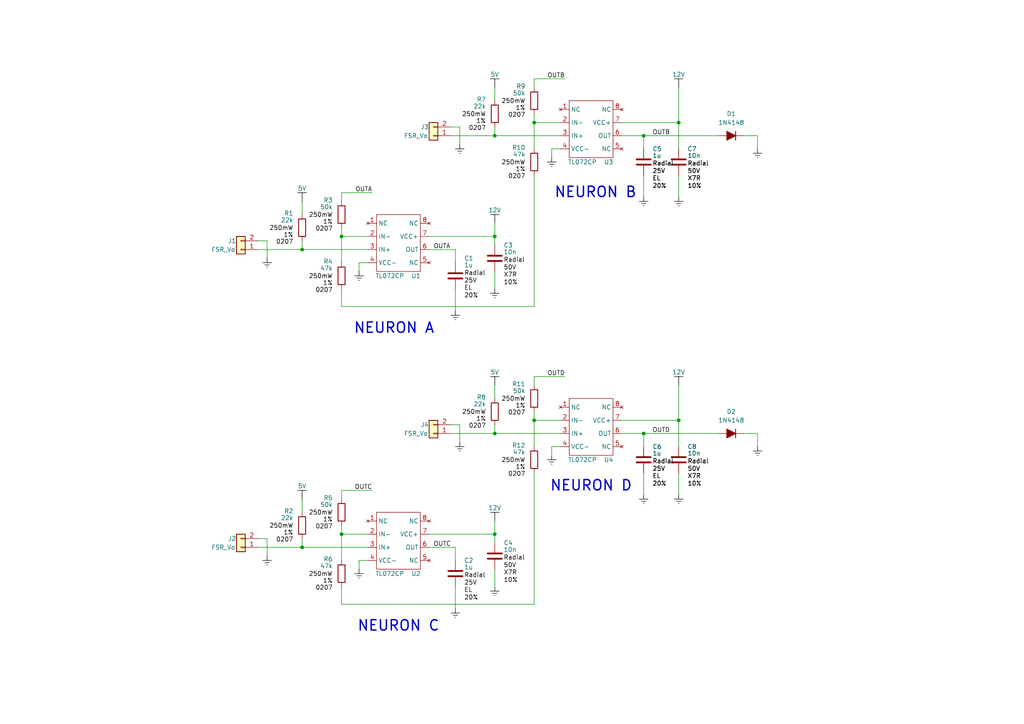
<source format=kicad_sch>
(kicad_sch
	(version 20231120)
	(generator "eeschema")
	(generator_version "8.0")
	(uuid "307ec757-1e44-4f71-b8da-a0f655d33c5f")
	(paper "A4")
	(title_block
		(title "ANALOG CPG ")
		(date "2026-01-15")
		(rev "v1")
		(company "ICBT CAMPUS")
		(comment 1 "LJMU")
		(comment 2 "PrageethM")
	)
	(lib_symbols
		(symbol "Connector_Generic:Conn_01x02"
			(pin_names
				(offset 1.016) hide)
			(exclude_from_sim no)
			(in_bom yes)
			(on_board yes)
			(property "Reference" "J"
				(at 0 2.54 0)
				(effects
					(font
						(size 1.27 1.27)
					)
				)
			)
			(property "Value" "Conn_01x02"
				(at 0 -5.08 0)
				(effects
					(font
						(size 1.27 1.27)
					)
				)
			)
			(property "Footprint" ""
				(at 0 0 0)
				(effects
					(font
						(size 1.27 1.27)
					)
					(hide yes)
				)
			)
			(property "Datasheet" "~"
				(at 0 0 0)
				(effects
					(font
						(size 1.27 1.27)
					)
					(hide yes)
				)
			)
			(property "Description" "Generic connector, single row, 01x02, script generated (kicad-library-utils/schlib/autogen/connector/)"
				(at 0 0 0)
				(effects
					(font
						(size 1.27 1.27)
					)
					(hide yes)
				)
			)
			(property "ki_keywords" "connector"
				(at 0 0 0)
				(effects
					(font
						(size 1.27 1.27)
					)
					(hide yes)
				)
			)
			(property "ki_fp_filters" "Connector*:*_1x??_*"
				(at 0 0 0)
				(effects
					(font
						(size 1.27 1.27)
					)
					(hide yes)
				)
			)
			(symbol "Conn_01x02_1_1"
				(rectangle
					(start -1.27 -2.413)
					(end 0 -2.667)
					(stroke
						(width 0.1524)
						(type default)
					)
					(fill
						(type none)
					)
				)
				(rectangle
					(start -1.27 0.127)
					(end 0 -0.127)
					(stroke
						(width 0.1524)
						(type default)
					)
					(fill
						(type none)
					)
				)
				(rectangle
					(start -1.27 1.27)
					(end 1.27 -3.81)
					(stroke
						(width 0.254)
						(type default)
					)
					(fill
						(type background)
					)
				)
				(pin passive line
					(at -5.08 0 0)
					(length 3.81)
					(name "Pin_1"
						(effects
							(font
								(size 1.27 1.27)
							)
						)
					)
					(number "1"
						(effects
							(font
								(size 1.27 1.27)
							)
						)
					)
				)
				(pin passive line
					(at -5.08 -2.54 0)
					(length 3.81)
					(name "Pin_2"
						(effects
							(font
								(size 1.27 1.27)
							)
						)
					)
					(number "2"
						(effects
							(font
								(size 1.27 1.27)
							)
						)
					)
				)
			)
		)
		(symbol "Device:C"
			(pin_numbers hide)
			(pin_names
				(offset 0.254)
			)
			(exclude_from_sim no)
			(in_bom yes)
			(on_board yes)
			(property "Reference" "C"
				(at 0.635 2.54 0)
				(effects
					(font
						(size 1.27 1.27)
					)
					(justify left)
				)
			)
			(property "Value" "C"
				(at 0.635 -2.54 0)
				(effects
					(font
						(size 1.27 1.27)
					)
					(justify left)
				)
			)
			(property "Footprint" ""
				(at 0.9652 -3.81 0)
				(effects
					(font
						(size 1.27 1.27)
					)
					(hide yes)
				)
			)
			(property "Datasheet" "~"
				(at 0 0 0)
				(effects
					(font
						(size 1.27 1.27)
					)
					(hide yes)
				)
			)
			(property "Description" "Unpolarized capacitor"
				(at 0 0 0)
				(effects
					(font
						(size 1.27 1.27)
					)
					(hide yes)
				)
			)
			(property "ki_keywords" "cap capacitor"
				(at 0 0 0)
				(effects
					(font
						(size 1.27 1.27)
					)
					(hide yes)
				)
			)
			(property "ki_fp_filters" "C_*"
				(at 0 0 0)
				(effects
					(font
						(size 1.27 1.27)
					)
					(hide yes)
				)
			)
			(symbol "C_0_1"
				(polyline
					(pts
						(xy -2.032 -0.762) (xy 2.032 -0.762)
					)
					(stroke
						(width 0.508)
						(type default)
					)
					(fill
						(type none)
					)
				)
				(polyline
					(pts
						(xy -2.032 0.762) (xy 2.032 0.762)
					)
					(stroke
						(width 0.508)
						(type default)
					)
					(fill
						(type none)
					)
				)
			)
			(symbol "C_1_1"
				(pin passive line
					(at 0 3.81 270)
					(length 2.794)
					(name "~"
						(effects
							(font
								(size 1.27 1.27)
							)
						)
					)
					(number "1"
						(effects
							(font
								(size 1.27 1.27)
							)
						)
					)
				)
				(pin passive line
					(at 0 -3.81 90)
					(length 2.794)
					(name "~"
						(effects
							(font
								(size 1.27 1.27)
							)
						)
					)
					(number "2"
						(effects
							(font
								(size 1.27 1.27)
							)
						)
					)
				)
			)
		)
		(symbol "Device:R"
			(pin_numbers hide)
			(pin_names
				(offset 0)
			)
			(exclude_from_sim no)
			(in_bom yes)
			(on_board yes)
			(property "Reference" "R"
				(at 2.032 0 90)
				(effects
					(font
						(size 1.27 1.27)
					)
				)
			)
			(property "Value" "R"
				(at 0 0 90)
				(effects
					(font
						(size 1.27 1.27)
					)
				)
			)
			(property "Footprint" ""
				(at -1.778 0 90)
				(effects
					(font
						(size 1.27 1.27)
					)
					(hide yes)
				)
			)
			(property "Datasheet" "~"
				(at 0 0 0)
				(effects
					(font
						(size 1.27 1.27)
					)
					(hide yes)
				)
			)
			(property "Description" "Resistor"
				(at 0 0 0)
				(effects
					(font
						(size 1.27 1.27)
					)
					(hide yes)
				)
			)
			(property "ki_keywords" "R res resistor"
				(at 0 0 0)
				(effects
					(font
						(size 1.27 1.27)
					)
					(hide yes)
				)
			)
			(property "ki_fp_filters" "R_*"
				(at 0 0 0)
				(effects
					(font
						(size 1.27 1.27)
					)
					(hide yes)
				)
			)
			(symbol "R_0_1"
				(rectangle
					(start -1.016 -2.54)
					(end 1.016 2.54)
					(stroke
						(width 0.254)
						(type default)
					)
					(fill
						(type none)
					)
				)
			)
			(symbol "R_1_1"
				(pin passive line
					(at 0 3.81 270)
					(length 1.27)
					(name "~"
						(effects
							(font
								(size 1.27 1.27)
							)
						)
					)
					(number "1"
						(effects
							(font
								(size 1.27 1.27)
							)
						)
					)
				)
				(pin passive line
					(at 0 -3.81 90)
					(length 1.27)
					(name "~"
						(effects
							(font
								(size 1.27 1.27)
							)
						)
					)
					(number "2"
						(effects
							(font
								(size 1.27 1.27)
							)
						)
					)
				)
			)
		)
		(symbol "PCM_Diode_AKL:1N4148"
			(pin_numbers hide)
			(pin_names
				(offset 1.016) hide)
			(exclude_from_sim no)
			(in_bom yes)
			(on_board yes)
			(property "Reference" "D"
				(at 0 5.08 0)
				(effects
					(font
						(size 1.27 1.27)
					)
				)
			)
			(property "Value" "1N4148"
				(at 0 2.54 0)
				(effects
					(font
						(size 1.27 1.27)
					)
				)
			)
			(property "Footprint" "PCM_Diode_THT_AKL:D_DO-35_SOD27_P7.62mm_Horizontal"
				(at 0 0 0)
				(effects
					(font
						(size 1.27 1.27)
					)
					(hide yes)
				)
			)
			(property "Datasheet" "https://datasheet.octopart.com/1N4148TR-ON-Semiconductor-datasheet-42765246.pdf"
				(at 0 0 0)
				(effects
					(font
						(size 1.27 1.27)
					)
					(hide yes)
				)
			)
			(property "Description" "DO-35 Diode, Small Signal, Fast Switching, 75V, 150mA, 4ns, Alternate KiCad Library"
				(at 0 0 0)
				(effects
					(font
						(size 1.27 1.27)
					)
					(hide yes)
				)
			)
			(property "ki_keywords" "diode 1N4148"
				(at 0 0 0)
				(effects
					(font
						(size 1.27 1.27)
					)
					(hide yes)
				)
			)
			(property "ki_fp_filters" "TO-???* *_Diode_* *SingleDiode* D_*"
				(at 0 0 0)
				(effects
					(font
						(size 1.27 1.27)
					)
					(hide yes)
				)
			)
			(symbol "1N4148_0_1"
				(polyline
					(pts
						(xy -1.27 0) (xy 1.27 0)
					)
					(stroke
						(width 0)
						(type default)
					)
					(fill
						(type none)
					)
				)
				(polyline
					(pts
						(xy 1.27 1.27) (xy 1.27 -1.27)
					)
					(stroke
						(width 0.254)
						(type default)
					)
					(fill
						(type none)
					)
				)
				(polyline
					(pts
						(xy -1.27 1.27) (xy -1.27 -1.27) (xy 1.27 0) (xy -1.27 1.27)
					)
					(stroke
						(width 0.254)
						(type default)
					)
					(fill
						(type outline)
					)
				)
			)
			(symbol "1N4148_0_2"
				(polyline
					(pts
						(xy -2.54 -2.54) (xy 2.54 2.54)
					)
					(stroke
						(width 0)
						(type default)
					)
					(fill
						(type none)
					)
				)
				(polyline
					(pts
						(xy 0 1.778) (xy 1.778 0)
					)
					(stroke
						(width 0.254)
						(type default)
					)
					(fill
						(type none)
					)
				)
				(polyline
					(pts
						(xy -0.889 -0.889) (xy -1.778 0) (xy 0.889 0.889) (xy 0 -1.778) (xy -0.889 -0.889)
					)
					(stroke
						(width 0.254)
						(type default)
					)
					(fill
						(type outline)
					)
				)
			)
			(symbol "1N4148_1_1"
				(pin passive line
					(at 3.81 0 180)
					(length 2.54)
					(name "K"
						(effects
							(font
								(size 1.27 1.27)
							)
						)
					)
					(number "1"
						(effects
							(font
								(size 1.27 1.27)
							)
						)
					)
				)
				(pin passive line
					(at -3.81 0 0)
					(length 2.54)
					(name "A"
						(effects
							(font
								(size 1.27 1.27)
							)
						)
					)
					(number "2"
						(effects
							(font
								(size 1.27 1.27)
							)
						)
					)
				)
			)
			(symbol "1N4148_1_2"
				(pin passive line
					(at 2.54 2.54 180)
					(length 0)
					(name "K"
						(effects
							(font
								(size 1.27 1.27)
							)
						)
					)
					(number "1"
						(effects
							(font
								(size 1.27 1.27)
							)
						)
					)
				)
				(pin passive line
					(at -2.54 -2.54 0)
					(length 0)
					(name "A"
						(effects
							(font
								(size 1.27 1.27)
							)
						)
					)
					(number "2"
						(effects
							(font
								(size 1.27 1.27)
							)
						)
					)
				)
			)
		)
		(symbol "TL072:TL072"
			(exclude_from_sim no)
			(in_bom yes)
			(on_board yes)
			(property "Reference" "U"
				(at 0 -1.27 0)
				(effects
					(font
						(size 1.27 1.27)
					)
				)
			)
			(property "Value" "TL072"
				(at 0 -3.81 0)
				(effects
					(font
						(size 1.27 1.27)
					)
				)
			)
			(property "Footprint" ""
				(at 0 -1.27 0)
				(effects
					(font
						(size 1.27 1.27)
					)
					(hide yes)
				)
			)
			(property "Datasheet" "https://www.ti.com/lit/ds/symlink/tl071.pdf"
				(at 0 -22.86 0)
				(effects
					(font
						(size 1.27 1.27)
					)
					(hide yes)
				)
			)
			(property "Description" " TL072 Low-Noise, FET-Input Operational Amplifier"
				(at 0 -25.4 0)
				(effects
					(font
						(size 1.27 1.27)
					)
					(hide yes)
				)
			)
			(symbol "TL072_0_1"
				(rectangle
					(start -6.35 -5.08)
					(end 6.35 -21.59)
					(stroke
						(width 0)
						(type default)
					)
					(fill
						(type none)
					)
				)
			)
			(symbol "TL072_1_1"
				(pin no_connect line
					(at -8.89 -7.62 0)
					(length 2.54)
					(name "NC"
						(effects
							(font
								(size 1.27 1.27)
							)
						)
					)
					(number "1"
						(effects
							(font
								(size 1.27 1.27)
							)
						)
					)
				)
				(pin input line
					(at -8.89 -11.43 0)
					(length 2.54)
					(name "IN-"
						(effects
							(font
								(size 1.27 1.27)
							)
						)
					)
					(number "2"
						(effects
							(font
								(size 1.27 1.27)
							)
						)
					)
				)
				(pin input line
					(at -8.89 -15.24 0)
					(length 2.54)
					(name "IN+"
						(effects
							(font
								(size 1.27 1.27)
							)
						)
					)
					(number "3"
						(effects
							(font
								(size 1.27 1.27)
							)
						)
					)
				)
				(pin power_in line
					(at -8.89 -19.05 0)
					(length 2.54)
					(name "VCC-"
						(effects
							(font
								(size 1.27 1.27)
							)
						)
					)
					(number "4"
						(effects
							(font
								(size 1.27 1.27)
							)
						)
					)
				)
				(pin no_connect line
					(at 8.89 -19.05 180)
					(length 2.54)
					(name "NC"
						(effects
							(font
								(size 1.27 1.27)
							)
						)
					)
					(number "5"
						(effects
							(font
								(size 1.27 1.27)
							)
						)
					)
				)
				(pin output line
					(at 8.89 -15.24 180)
					(length 2.54)
					(name "OUT"
						(effects
							(font
								(size 1.27 1.27)
							)
						)
					)
					(number "6"
						(effects
							(font
								(size 1.27 1.27)
							)
						)
					)
				)
				(pin power_in line
					(at 8.89 -11.43 180)
					(length 2.54)
					(name "VCC+"
						(effects
							(font
								(size 1.27 1.27)
							)
						)
					)
					(number "7"
						(effects
							(font
								(size 1.27 1.27)
							)
						)
					)
				)
				(pin no_connect line
					(at 8.89 -7.62 180)
					(length 2.54)
					(name "NC"
						(effects
							(font
								(size 1.27 1.27)
							)
						)
					)
					(number "8"
						(effects
							(font
								(size 1.27 1.27)
							)
						)
					)
				)
			)
		)
		(symbol "power:+12V"
			(power)
			(pin_numbers hide)
			(pin_names
				(offset 0) hide)
			(exclude_from_sim no)
			(in_bom yes)
			(on_board yes)
			(property "Reference" "#PWR01"
				(at 0 -3.81 0)
				(effects
					(font
						(size 1.27 1.27)
					)
					(hide yes)
				)
			)
			(property "Value" "+12V"
				(at 0 3.81 0)
				(effects
					(font
						(size 1.27 1.27)
					)
				)
			)
			(property "Footprint" ""
				(at 0 0 0)
				(effects
					(font
						(size 1.27 1.27)
					)
					(hide yes)
				)
			)
			(property "Datasheet" ""
				(at 0 0 0)
				(effects
					(font
						(size 1.27 1.27)
					)
					(hide yes)
				)
			)
			(property "Description" "Power symbol creates a global label with name \"+12V\""
				(at 0 -1.27 0)
				(effects
					(font
						(size 1.27 1.27)
					)
					(hide yes)
				)
			)
			(property "ki_keywords" "global power"
				(at 0 0 0)
				(effects
					(font
						(size 1.27 1.27)
					)
					(hide yes)
				)
			)
			(symbol "+12V_0_1"
				(polyline
					(pts
						(xy -1.27 2.54) (xy 0 2.54)
					)
					(stroke
						(width 0)
						(type default)
						(color 0 0 0 1)
					)
					(fill
						(type none)
					)
				)
				(polyline
					(pts
						(xy 0 2.54) (xy 1.27 2.54)
					)
					(stroke
						(width 0)
						(type default)
						(color 0 0 0 1)
					)
					(fill
						(type none)
					)
				)
			)
			(symbol "+12V_1_1"
				(polyline
					(pts
						(xy 0 0) (xy 0 2.54)
					)
					(stroke
						(width 0)
						(type default)
						(color 0 0 0 1)
					)
					(fill
						(type none)
					)
				)
				(pin power_in line
					(at 0 0 90)
					(length 0)
					(name "~"
						(effects
							(font
								(size 1.27 1.27)
							)
						)
					)
					(number "1"
						(effects
							(font
								(size 1.27 1.27)
							)
						)
					)
				)
			)
		)
		(symbol "power:Earth"
			(power)
			(pin_numbers hide)
			(pin_names
				(offset 0) hide)
			(exclude_from_sim no)
			(in_bom yes)
			(on_board yes)
			(property "Reference" "#PWR02"
				(at 0 -6.35 0)
				(effects
					(font
						(size 1.27 1.27)
					)
					(hide yes)
				)
			)
			(property "Value" "Earth"
				(at 0 -3.81 0)
				(effects
					(font
						(size 1.27 1.27)
					)
				)
			)
			(property "Footprint" ""
				(at 0 0 0)
				(effects
					(font
						(size 1.27 1.27)
					)
					(hide yes)
				)
			)
			(property "Datasheet" "~"
				(at 0 0 0)
				(effects
					(font
						(size 1.27 1.27)
					)
					(hide yes)
				)
			)
			(property "Description" "Power symbol creates a global label with name \"Earth\""
				(at 0 0 0)
				(effects
					(font
						(size 1.27 1.27)
					)
					(hide yes)
				)
			)
			(property "ki_keywords" "global ground gnd"
				(at 0 0 0)
				(effects
					(font
						(size 1.27 1.27)
					)
					(hide yes)
				)
			)
			(symbol "Earth_0_1"
				(polyline
					(pts
						(xy -0.635 -1.905) (xy 0.635 -1.905)
					)
					(stroke
						(width 0)
						(type default)
						(color 0 0 0 1)
					)
					(fill
						(type none)
					)
				)
				(polyline
					(pts
						(xy -0.127 -2.54) (xy 0.127 -2.54)
					)
					(stroke
						(width 0)
						(type default)
						(color 0 0 0 1)
					)
					(fill
						(type none)
					)
				)
				(polyline
					(pts
						(xy 0 -1.27) (xy 0 0)
					)
					(stroke
						(width 0)
						(type default)
						(color 0 0 0 1)
					)
					(fill
						(type none)
					)
				)
				(polyline
					(pts
						(xy 1.27 -1.27) (xy -1.27 -1.27)
					)
					(stroke
						(width 0)
						(type default)
						(color 0 0 0 1)
					)
					(fill
						(type none)
					)
				)
			)
			(symbol "Earth_1_1"
				(pin power_in line
					(at 0 0 270)
					(length 0)
					(name "~"
						(effects
							(font
								(size 1.27 1.27)
							)
						)
					)
					(number "1"
						(effects
							(font
								(size 1.27 1.27)
							)
						)
					)
				)
			)
		)
	)
	(junction
		(at 196.85 121.92)
		(diameter 0)
		(color 0 0 0 0)
		(uuid "0324e3d1-aee7-4b78-b3e9-0fdd85c6ade4")
	)
	(junction
		(at 143.51 39.37)
		(diameter 0)
		(color 0 0 0 0)
		(uuid "144067d9-2a66-438b-97e8-d9bbb6fbfa92")
	)
	(junction
		(at 154.94 121.92)
		(diameter 0)
		(color 0 0 0 0)
		(uuid "1eddc945-079f-4ea0-98c2-352615a7279c")
	)
	(junction
		(at 87.63 72.39)
		(diameter 0)
		(color 0 0 0 0)
		(uuid "37472ef4-2ea3-416a-8818-88ee2f1be4a4")
	)
	(junction
		(at 143.51 154.94)
		(diameter 0)
		(color 0 0 0 0)
		(uuid "4315fa84-ddb4-4460-9330-879f4ab5f587")
	)
	(junction
		(at 143.51 125.73)
		(diameter 0)
		(color 0 0 0 0)
		(uuid "6d04c6fc-6f07-4d11-9520-b4d4bdc18d5d")
	)
	(junction
		(at 154.94 35.56)
		(diameter 0)
		(color 0 0 0 0)
		(uuid "806d97f0-577f-4402-9b4a-6dff2485f476")
	)
	(junction
		(at 196.85 35.56)
		(diameter 0)
		(color 0 0 0 0)
		(uuid "bb69a042-6b09-4866-93d3-c32fe3dce696")
	)
	(junction
		(at 87.63 158.75)
		(diameter 0)
		(color 0 0 0 0)
		(uuid "bee28b61-263d-4c58-af2f-7dbe1549c29c")
	)
	(junction
		(at 143.51 68.58)
		(diameter 0)
		(color 0 0 0 0)
		(uuid "cc02d82c-227d-43e5-8e27-6e99ed067227")
	)
	(junction
		(at 99.06 68.58)
		(diameter 0)
		(color 0 0 0 0)
		(uuid "de4f9652-0430-43e2-9b23-d9b0ebe00c4b")
	)
	(junction
		(at 186.69 125.73)
		(diameter 0)
		(color 0 0 0 0)
		(uuid "e4465101-3fd7-4263-bbcb-340063a72855")
	)
	(junction
		(at 99.06 154.94)
		(diameter 0)
		(color 0 0 0 0)
		(uuid "f30c0747-53bb-4a86-9f37-4e83df63e145")
	)
	(junction
		(at 186.69 39.37)
		(diameter 0)
		(color 0 0 0 0)
		(uuid "ff9d2c84-4de1-427b-891a-3113763615ec")
	)
	(wire
		(pts
			(xy 154.94 121.92) (xy 162.56 121.92)
		)
		(stroke
			(width 0)
			(type default)
		)
		(uuid "033f88bf-5a53-48c5-96ae-6ebb0caf0ea9")
	)
	(wire
		(pts
			(xy 162.56 129.54) (xy 160.02 129.54)
		)
		(stroke
			(width 0)
			(type default)
		)
		(uuid "053626f5-a2c7-4eab-ad56-7a815a0d8915")
	)
	(wire
		(pts
			(xy 143.51 154.94) (xy 143.51 151.13)
		)
		(stroke
			(width 0)
			(type default)
		)
		(uuid "065546c5-fea1-4830-9888-55614b9959f7")
	)
	(wire
		(pts
			(xy 160.02 43.18) (xy 160.02 45.72)
		)
		(stroke
			(width 0)
			(type default)
		)
		(uuid "06993db1-bbd9-496c-9944-90b3c096c87c")
	)
	(wire
		(pts
			(xy 87.63 144.78) (xy 87.63 148.59)
		)
		(stroke
			(width 0)
			(type default)
		)
		(uuid "07121be7-2ede-4d9d-a073-abab9158b79e")
	)
	(wire
		(pts
			(xy 99.06 66.04) (xy 99.06 68.58)
		)
		(stroke
			(width 0)
			(type default)
		)
		(uuid "07da6f6c-037b-49db-a475-4419c57417fb")
	)
	(wire
		(pts
			(xy 215.9 39.37) (xy 219.71 39.37)
		)
		(stroke
			(width 0)
			(type default)
		)
		(uuid "097274d9-1650-4828-aedf-0de5d79c435d")
	)
	(wire
		(pts
			(xy 154.94 22.86) (xy 154.94 25.4)
		)
		(stroke
			(width 0)
			(type default)
		)
		(uuid "09893964-98fe-4be1-83a9-5c7dbb39bd8e")
	)
	(wire
		(pts
			(xy 87.63 158.75) (xy 106.68 158.75)
		)
		(stroke
			(width 0)
			(type default)
		)
		(uuid "136c94fe-5264-4d59-8703-a36a51e1df2f")
	)
	(wire
		(pts
			(xy 99.06 68.58) (xy 106.68 68.58)
		)
		(stroke
			(width 0)
			(type default)
		)
		(uuid "15874ead-d486-4239-bd1f-5c8a153edf4d")
	)
	(wire
		(pts
			(xy 107.95 142.24) (xy 99.06 142.24)
		)
		(stroke
			(width 0)
			(type default)
		)
		(uuid "161cc5bc-1897-42fa-9fa1-dce1508b14a1")
	)
	(wire
		(pts
			(xy 154.94 88.9) (xy 99.06 88.9)
		)
		(stroke
			(width 0)
			(type default)
		)
		(uuid "162307ba-6512-4ffd-acf2-628d30acc593")
	)
	(wire
		(pts
			(xy 130.81 123.19) (xy 133.35 123.19)
		)
		(stroke
			(width 0)
			(type default)
		)
		(uuid "1a2e274e-455b-4404-a0fd-cef59c2f9b37")
	)
	(wire
		(pts
			(xy 154.94 137.16) (xy 154.94 175.26)
		)
		(stroke
			(width 0)
			(type default)
		)
		(uuid "1a85091a-48ae-4a1b-b525-7b7eb3f25323")
	)
	(wire
		(pts
			(xy 186.69 125.73) (xy 208.28 125.73)
		)
		(stroke
			(width 0)
			(type default)
		)
		(uuid "1b559be5-b578-424b-89d7-4a4b8f35b199")
	)
	(wire
		(pts
			(xy 186.69 137.16) (xy 186.69 143.51)
		)
		(stroke
			(width 0)
			(type default)
		)
		(uuid "1bfc2e86-bc7c-4acc-acde-0fb2f4680d0c")
	)
	(wire
		(pts
			(xy 219.71 39.37) (xy 219.71 43.18)
		)
		(stroke
			(width 0)
			(type default)
		)
		(uuid "1e9a69a9-1147-4cea-8dd2-ed592f5d506a")
	)
	(wire
		(pts
			(xy 143.51 111.76) (xy 143.51 115.57)
		)
		(stroke
			(width 0)
			(type default)
		)
		(uuid "24dce6f7-7ee4-42ce-9c89-6a33fca207a1")
	)
	(wire
		(pts
			(xy 154.94 109.22) (xy 154.94 111.76)
		)
		(stroke
			(width 0)
			(type default)
		)
		(uuid "27e315d1-f201-4311-afcb-7b0b113b0260")
	)
	(wire
		(pts
			(xy 133.35 123.19) (xy 133.35 128.27)
		)
		(stroke
			(width 0)
			(type default)
		)
		(uuid "2a2f3a41-e8a2-486c-9a85-cfaf145e5db0")
	)
	(wire
		(pts
			(xy 77.47 69.85) (xy 77.47 74.93)
		)
		(stroke
			(width 0)
			(type default)
		)
		(uuid "3268af91-5df9-4531-b108-60c2b7ad787a")
	)
	(wire
		(pts
			(xy 106.68 162.56) (xy 104.14 162.56)
		)
		(stroke
			(width 0)
			(type default)
		)
		(uuid "35a4e292-fddc-452c-b4a4-2c084fa279a3")
	)
	(wire
		(pts
			(xy 132.08 76.2) (xy 132.08 72.39)
		)
		(stroke
			(width 0)
			(type default)
		)
		(uuid "37c64b64-e3b9-4930-8e0a-e76e2c04f9b7")
	)
	(wire
		(pts
			(xy 130.81 125.73) (xy 143.51 125.73)
		)
		(stroke
			(width 0)
			(type default)
		)
		(uuid "39dd8a80-2e79-49a0-848b-195e29844d55")
	)
	(wire
		(pts
			(xy 215.9 125.73) (xy 219.71 125.73)
		)
		(stroke
			(width 0)
			(type default)
		)
		(uuid "3b3144aa-ce61-4772-ad00-406cfbe5b788")
	)
	(wire
		(pts
			(xy 124.46 158.75) (xy 132.08 158.75)
		)
		(stroke
			(width 0)
			(type default)
		)
		(uuid "3b58e926-40d8-4665-adf6-873e6ac93b28")
	)
	(wire
		(pts
			(xy 180.34 35.56) (xy 196.85 35.56)
		)
		(stroke
			(width 0)
			(type default)
		)
		(uuid "3c29574c-323e-42de-8601-dbdc27fff71a")
	)
	(wire
		(pts
			(xy 132.08 162.56) (xy 132.08 158.75)
		)
		(stroke
			(width 0)
			(type default)
		)
		(uuid "40ba91ee-bc51-406c-9ad6-f22134578da8")
	)
	(wire
		(pts
			(xy 154.94 121.92) (xy 154.94 129.54)
		)
		(stroke
			(width 0)
			(type default)
		)
		(uuid "47664846-7c07-4061-b204-f98f9a2955ea")
	)
	(wire
		(pts
			(xy 154.94 175.26) (xy 99.06 175.26)
		)
		(stroke
			(width 0)
			(type default)
		)
		(uuid "47ab3660-e33f-459e-b218-670e0a91852c")
	)
	(wire
		(pts
			(xy 163.83 22.86) (xy 154.94 22.86)
		)
		(stroke
			(width 0)
			(type default)
		)
		(uuid "4d388ca7-44c6-4621-bbe7-dee73d6d3b31")
	)
	(wire
		(pts
			(xy 87.63 69.85) (xy 87.63 72.39)
		)
		(stroke
			(width 0)
			(type default)
		)
		(uuid "5dfe5480-20b6-44f7-b8bc-b9df06277a73")
	)
	(wire
		(pts
			(xy 99.06 170.18) (xy 99.06 175.26)
		)
		(stroke
			(width 0)
			(type default)
		)
		(uuid "602e61b1-3a9f-499b-90a8-fb2ddfacc2e3")
	)
	(wire
		(pts
			(xy 99.06 154.94) (xy 106.68 154.94)
		)
		(stroke
			(width 0)
			(type default)
		)
		(uuid "652b0df7-cb52-4808-9640-bcdc642873e1")
	)
	(wire
		(pts
			(xy 186.69 43.18) (xy 186.69 39.37)
		)
		(stroke
			(width 0)
			(type default)
		)
		(uuid "6b10437e-744e-4196-b612-0227c111c8f6")
	)
	(wire
		(pts
			(xy 186.69 50.8) (xy 186.69 57.15)
		)
		(stroke
			(width 0)
			(type default)
		)
		(uuid "6bf9e2f7-815d-405c-8f85-4c2ac41eb3ba")
	)
	(wire
		(pts
			(xy 104.14 162.56) (xy 104.14 165.1)
		)
		(stroke
			(width 0)
			(type default)
		)
		(uuid "6cb30fb5-0eaa-44a7-904f-f893869abd3c")
	)
	(wire
		(pts
			(xy 130.81 39.37) (xy 143.51 39.37)
		)
		(stroke
			(width 0)
			(type default)
		)
		(uuid "6fa876b0-7c03-45da-94c5-5379fee78734")
	)
	(wire
		(pts
			(xy 74.93 69.85) (xy 77.47 69.85)
		)
		(stroke
			(width 0)
			(type default)
		)
		(uuid "716f48a7-9ed4-4a1f-845c-d1250ebc3011")
	)
	(wire
		(pts
			(xy 154.94 119.38) (xy 154.94 121.92)
		)
		(stroke
			(width 0)
			(type default)
		)
		(uuid "71716969-8651-420d-826c-1535c846cc14")
	)
	(wire
		(pts
			(xy 77.47 156.21) (xy 77.47 161.29)
		)
		(stroke
			(width 0)
			(type default)
		)
		(uuid "7318757c-0948-4647-a975-8cf7b1e31759")
	)
	(wire
		(pts
			(xy 104.14 76.2) (xy 104.14 78.74)
		)
		(stroke
			(width 0)
			(type default)
		)
		(uuid "77fbf01b-6e1f-4411-8462-9d45ba7722cb")
	)
	(wire
		(pts
			(xy 99.06 152.4) (xy 99.06 154.94)
		)
		(stroke
			(width 0)
			(type default)
		)
		(uuid "7b4ce0de-1b39-4cd5-90c9-77dcf2f58a90")
	)
	(wire
		(pts
			(xy 143.51 125.73) (xy 162.56 125.73)
		)
		(stroke
			(width 0)
			(type default)
		)
		(uuid "7b787e0d-79de-4901-becb-455fec8048b7")
	)
	(wire
		(pts
			(xy 219.71 125.73) (xy 219.71 129.54)
		)
		(stroke
			(width 0)
			(type default)
		)
		(uuid "7d791638-4fff-4c87-bdfb-9f315a503f73")
	)
	(wire
		(pts
			(xy 143.51 39.37) (xy 162.56 39.37)
		)
		(stroke
			(width 0)
			(type default)
		)
		(uuid "7f62f327-ef9c-4c63-bae8-8ef635376f33")
	)
	(wire
		(pts
			(xy 154.94 35.56) (xy 162.56 35.56)
		)
		(stroke
			(width 0)
			(type default)
		)
		(uuid "80268280-ab2c-4dd4-81eb-569fc0e4e6e7")
	)
	(wire
		(pts
			(xy 143.51 165.1) (xy 143.51 170.18)
		)
		(stroke
			(width 0)
			(type default)
		)
		(uuid "82d2a2fa-5766-43bb-ba3c-44c2486731eb")
	)
	(wire
		(pts
			(xy 196.85 35.56) (xy 196.85 43.18)
		)
		(stroke
			(width 0)
			(type default)
		)
		(uuid "853a7cc0-e0d9-4164-853a-ba8afe944579")
	)
	(wire
		(pts
			(xy 74.93 158.75) (xy 87.63 158.75)
		)
		(stroke
			(width 0)
			(type default)
		)
		(uuid "8851a6eb-dd19-4582-a15e-aaa1cc4e5a69")
	)
	(wire
		(pts
			(xy 99.06 83.82) (xy 99.06 88.9)
		)
		(stroke
			(width 0)
			(type default)
		)
		(uuid "9051d414-3db2-4b43-9b0b-3e423ff8c930")
	)
	(wire
		(pts
			(xy 143.51 123.19) (xy 143.51 125.73)
		)
		(stroke
			(width 0)
			(type default)
		)
		(uuid "918cb8a0-e2a0-4d2e-95f0-7849132ea5d6")
	)
	(wire
		(pts
			(xy 99.06 68.58) (xy 99.06 76.2)
		)
		(stroke
			(width 0)
			(type default)
		)
		(uuid "93a7d7fe-7e80-4c09-9266-60896b57d937")
	)
	(wire
		(pts
			(xy 143.51 157.48) (xy 143.51 154.94)
		)
		(stroke
			(width 0)
			(type default)
		)
		(uuid "96bd15b2-4ea2-4021-9bed-ef1653a5c445")
	)
	(wire
		(pts
			(xy 196.85 25.4) (xy 196.85 35.56)
		)
		(stroke
			(width 0)
			(type default)
		)
		(uuid "9d9b7046-3e46-480a-aed0-06d15e0bb4d9")
	)
	(wire
		(pts
			(xy 132.08 83.82) (xy 132.08 90.17)
		)
		(stroke
			(width 0)
			(type default)
		)
		(uuid "9dbfb4b2-00d7-4b8e-92a6-443ace8ecf27")
	)
	(wire
		(pts
			(xy 124.46 72.39) (xy 132.08 72.39)
		)
		(stroke
			(width 0)
			(type default)
		)
		(uuid "9e3ad2c4-99f8-456e-80b3-a276610d818d")
	)
	(wire
		(pts
			(xy 154.94 50.8) (xy 154.94 88.9)
		)
		(stroke
			(width 0)
			(type default)
		)
		(uuid "9eaeede8-4ef4-45a9-877b-29da99a99fd6")
	)
	(wire
		(pts
			(xy 196.85 137.16) (xy 196.85 143.51)
		)
		(stroke
			(width 0)
			(type default)
		)
		(uuid "a07863d3-68b5-473e-8552-4d6774101d15")
	)
	(wire
		(pts
			(xy 99.06 55.88) (xy 99.06 58.42)
		)
		(stroke
			(width 0)
			(type default)
		)
		(uuid "a0853f7b-5e4f-456f-8805-d4770e02ff6e")
	)
	(wire
		(pts
			(xy 162.56 43.18) (xy 160.02 43.18)
		)
		(stroke
			(width 0)
			(type default)
		)
		(uuid "a1e62dd2-1e84-415f-83de-4acfcb085d88")
	)
	(wire
		(pts
			(xy 186.69 39.37) (xy 208.28 39.37)
		)
		(stroke
			(width 0)
			(type default)
		)
		(uuid "a217e96f-8f9d-44d1-b07a-9ef0624e888b")
	)
	(wire
		(pts
			(xy 107.95 55.88) (xy 99.06 55.88)
		)
		(stroke
			(width 0)
			(type default)
		)
		(uuid "a325ede9-43ce-4dd3-8746-8f727845e2f8")
	)
	(wire
		(pts
			(xy 160.02 129.54) (xy 160.02 132.08)
		)
		(stroke
			(width 0)
			(type default)
		)
		(uuid "a423383d-1692-40f9-9700-403b393950ae")
	)
	(wire
		(pts
			(xy 132.08 170.18) (xy 132.08 176.53)
		)
		(stroke
			(width 0)
			(type default)
		)
		(uuid "a5e9902f-5101-440e-83a8-21de694c6327")
	)
	(wire
		(pts
			(xy 143.51 25.4) (xy 143.51 29.21)
		)
		(stroke
			(width 0)
			(type default)
		)
		(uuid "a68ef008-65f9-4b87-a02f-442e3f050f5b")
	)
	(wire
		(pts
			(xy 87.63 72.39) (xy 106.68 72.39)
		)
		(stroke
			(width 0)
			(type default)
		)
		(uuid "a8f08124-ed96-4c21-a80a-090241827f9f")
	)
	(wire
		(pts
			(xy 130.81 36.83) (xy 133.35 36.83)
		)
		(stroke
			(width 0)
			(type default)
		)
		(uuid "a8fa1225-284c-4812-90d5-7faf0e718f5a")
	)
	(wire
		(pts
			(xy 180.34 39.37) (xy 186.69 39.37)
		)
		(stroke
			(width 0)
			(type default)
		)
		(uuid "a96c8533-e480-4ad3-a6aa-9718b0272062")
	)
	(wire
		(pts
			(xy 74.93 72.39) (xy 87.63 72.39)
		)
		(stroke
			(width 0)
			(type default)
		)
		(uuid "aa7f4c59-8991-4797-8182-445e04f795ed")
	)
	(wire
		(pts
			(xy 133.35 36.83) (xy 133.35 41.91)
		)
		(stroke
			(width 0)
			(type default)
		)
		(uuid "ad37762d-230a-4fed-b2de-5e16bbfbfd49")
	)
	(wire
		(pts
			(xy 99.06 154.94) (xy 99.06 162.56)
		)
		(stroke
			(width 0)
			(type default)
		)
		(uuid "ae02e140-dbc2-4dce-aecb-178b55b150d6")
	)
	(wire
		(pts
			(xy 99.06 142.24) (xy 99.06 144.78)
		)
		(stroke
			(width 0)
			(type default)
		)
		(uuid "aef20432-9efb-42ae-bb48-30a30d22dc4a")
	)
	(wire
		(pts
			(xy 106.68 76.2) (xy 104.14 76.2)
		)
		(stroke
			(width 0)
			(type default)
		)
		(uuid "af58fe11-4576-4d14-b00c-2a5077f36ff6")
	)
	(wire
		(pts
			(xy 74.93 156.21) (xy 77.47 156.21)
		)
		(stroke
			(width 0)
			(type default)
		)
		(uuid "b213c538-bea5-4894-b86c-499ad1770bb0")
	)
	(wire
		(pts
			(xy 180.34 121.92) (xy 196.85 121.92)
		)
		(stroke
			(width 0)
			(type default)
		)
		(uuid "b6487edf-857f-4d4c-be48-50c09d00e3d2")
	)
	(wire
		(pts
			(xy 163.83 109.22) (xy 154.94 109.22)
		)
		(stroke
			(width 0)
			(type default)
		)
		(uuid "c02d384b-451d-4f48-abc2-f762e66781eb")
	)
	(wire
		(pts
			(xy 196.85 121.92) (xy 196.85 129.54)
		)
		(stroke
			(width 0)
			(type default)
		)
		(uuid "c1daf9a0-32bb-41d5-9ce3-eb07d68086b2")
	)
	(wire
		(pts
			(xy 196.85 111.76) (xy 196.85 121.92)
		)
		(stroke
			(width 0)
			(type default)
		)
		(uuid "c6eeb618-3e2a-491e-b2f4-0ec1cc73b4ef")
	)
	(wire
		(pts
			(xy 124.46 68.58) (xy 143.51 68.58)
		)
		(stroke
			(width 0)
			(type default)
		)
		(uuid "cf0b5980-ce20-47ce-962d-2549e123d30a")
	)
	(wire
		(pts
			(xy 196.85 50.8) (xy 196.85 57.15)
		)
		(stroke
			(width 0)
			(type default)
		)
		(uuid "d9544f5f-5964-4457-8d8a-6fa0727583b0")
	)
	(wire
		(pts
			(xy 143.51 68.58) (xy 143.51 64.77)
		)
		(stroke
			(width 0)
			(type default)
		)
		(uuid "dc28e67e-fce9-4e40-8609-3fef4db6b3cb")
	)
	(wire
		(pts
			(xy 87.63 58.42) (xy 87.63 62.23)
		)
		(stroke
			(width 0)
			(type default)
		)
		(uuid "df8e1643-adf7-4a35-a399-de74ddc36bea")
	)
	(wire
		(pts
			(xy 143.51 71.12) (xy 143.51 68.58)
		)
		(stroke
			(width 0)
			(type default)
		)
		(uuid "e2f5e704-b80d-48b6-b454-71f39049a43f")
	)
	(wire
		(pts
			(xy 143.51 78.74) (xy 143.51 83.82)
		)
		(stroke
			(width 0)
			(type default)
		)
		(uuid "e6a82b7a-9a67-40bc-8737-2ad3ca21fab0")
	)
	(wire
		(pts
			(xy 180.34 125.73) (xy 186.69 125.73)
		)
		(stroke
			(width 0)
			(type default)
		)
		(uuid "ea3b00b0-1890-41b2-be70-00c57030fc6f")
	)
	(wire
		(pts
			(xy 143.51 36.83) (xy 143.51 39.37)
		)
		(stroke
			(width 0)
			(type default)
		)
		(uuid "edee4059-32a6-4f26-b81f-0307e117667b")
	)
	(wire
		(pts
			(xy 124.46 154.94) (xy 143.51 154.94)
		)
		(stroke
			(width 0)
			(type default)
		)
		(uuid "f05b8bab-5ffa-41d1-a304-1142755dc28a")
	)
	(wire
		(pts
			(xy 154.94 33.02) (xy 154.94 35.56)
		)
		(stroke
			(width 0)
			(type default)
		)
		(uuid "f0f0ee6a-49da-4e8a-93f9-a83a99cce618")
	)
	(wire
		(pts
			(xy 186.69 129.54) (xy 186.69 125.73)
		)
		(stroke
			(width 0)
			(type default)
		)
		(uuid "f12e425b-8564-45ce-a091-f3b8cf678c17")
	)
	(wire
		(pts
			(xy 154.94 35.56) (xy 154.94 43.18)
		)
		(stroke
			(width 0)
			(type default)
		)
		(uuid "f4026e7a-954b-48bc-bd4b-771fbe7956c3")
	)
	(wire
		(pts
			(xy 87.63 156.21) (xy 87.63 158.75)
		)
		(stroke
			(width 0)
			(type default)
		)
		(uuid "f7de2a71-9c45-4029-b112-728f8fc73368")
	)
	(text "NEURON D\n"
		(exclude_from_sim no)
		(at 171.45 140.97 0)
		(effects
			(font
				(size 3 3)
				(thickness 0.4)
				(bold yes)
			)
		)
		(uuid "409ad0c6-12a9-4245-ae8a-e0f0d44476e8")
	)
	(text "NEURON A"
		(exclude_from_sim no)
		(at 114.3 95.25 0)
		(effects
			(font
				(size 3 3)
				(thickness 0.4)
				(bold yes)
			)
		)
		(uuid "76192e4e-6839-4c17-99f5-cedbb6835e2b")
	)
	(text "NEURON B"
		(exclude_from_sim no)
		(at 172.72 55.88 0)
		(effects
			(font
				(size 3 3)
				(thickness 0.4)
				(bold yes)
			)
		)
		(uuid "83d5a383-1a36-46b1-935b-66382aac61c3")
	)
	(text "NEURON C"
		(exclude_from_sim no)
		(at 115.57 181.61 0)
		(effects
			(font
				(size 3 3)
				(thickness 0.4)
				(bold yes)
			)
		)
		(uuid "ecffafeb-4a9a-4c08-a01b-31e695f112c0")
	)
	(label "OUTB"
		(at 163.83 22.86 180)
		(effects
			(font
				(size 1.27 1.27)
			)
			(justify right bottom)
		)
		(uuid "0ca9f6c7-23bf-4469-9291-2348eadadcfb")
	)
	(label "OUTC"
		(at 130.81 158.75 180)
		(effects
			(font
				(size 1.27 1.27)
			)
			(justify right bottom)
		)
		(uuid "475cab10-fafd-4b1e-a10e-a8bdec0c6e68")
	)
	(label "OUTB"
		(at 189.23 39.37 0)
		(effects
			(font
				(size 1.27 1.27)
			)
			(justify left bottom)
		)
		(uuid "5a9cc87c-682e-4434-8589-5819a18706d5")
	)
	(label "OUTD"
		(at 194.31 125.73 180)
		(effects
			(font
				(size 1.27 1.27)
			)
			(justify right bottom)
		)
		(uuid "5ec04f59-02a2-4fa1-9487-18fb68f88931")
	)
	(label "OUTD"
		(at 163.83 109.22 180)
		(effects
			(font
				(size 1.27 1.27)
			)
			(justify right bottom)
		)
		(uuid "6fccad54-87ed-4845-b7da-8a7dde17dc70")
	)
	(label "OUTA"
		(at 107.95 55.88 180)
		(effects
			(font
				(size 1.27 1.27)
			)
			(justify right bottom)
		)
		(uuid "9b5827d1-bf35-4361-ab18-14d8d10a135f")
	)
	(label "OUTA"
		(at 125.73 72.39 0)
		(effects
			(font
				(size 1.27 1.27)
			)
			(justify left bottom)
		)
		(uuid "be190e1d-5bb4-4535-bc3f-7e57e42f8119")
	)
	(label "OUTC"
		(at 107.95 142.24 180)
		(effects
			(font
				(size 1.27 1.27)
			)
			(justify right bottom)
		)
		(uuid "da572759-ef41-43eb-ab38-2bbf9f214e11")
	)
	(symbol
		(lib_id "power:Earth")
		(at 133.35 41.91 0)
		(unit 1)
		(exclude_from_sim no)
		(in_bom yes)
		(on_board yes)
		(dnp no)
		(fields_autoplaced yes)
		(uuid "00a9118a-90cb-40f5-b3bf-3ee2ee5ea97d")
		(property "Reference" "#PWR09"
			(at 133.35 48.26 0)
			(effects
				(font
					(size 1.27 1.27)
				)
				(hide yes)
			)
		)
		(property "Value" "Earth"
			(at 133.35 45.72 0)
			(effects
				(font
					(size 1.27 1.27)
				)
				(hide yes)
			)
		)
		(property "Footprint" ""
			(at 133.35 41.91 0)
			(effects
				(font
					(size 1.27 1.27)
				)
				(hide yes)
			)
		)
		(property "Datasheet" "~"
			(at 133.35 41.91 0)
			(effects
				(font
					(size 1.27 1.27)
				)
				(hide yes)
			)
		)
		(property "Description" "Power symbol creates a global label with name \"Earth\""
			(at 133.35 41.91 0)
			(effects
				(font
					(size 1.27 1.27)
				)
				(hide yes)
			)
		)
		(pin "1"
			(uuid "b5a6bab6-c43e-4bc2-916a-57bf6544c0fd")
		)
		(instances
			(project "CPG"
				(path "/307ec757-1e44-4f71-b8da-a0f655d33c5f"
					(reference "#PWR09")
					(unit 1)
				)
			)
		)
	)
	(symbol
		(lib_id "power:+12V")
		(at 87.63 144.78 0)
		(unit 1)
		(exclude_from_sim no)
		(in_bom yes)
		(on_board yes)
		(dnp no)
		(fields_autoplaced yes)
		(uuid "02f9db40-c8cf-40ad-a34f-b99f74c68860")
		(property "Reference" "#PWR04"
			(at 87.63 148.59 0)
			(effects
				(font
					(size 1.27 1.27)
				)
				(hide yes)
			)
		)
		(property "Value" "5V"
			(at 87.63 140.97 0)
			(effects
				(font
					(size 1.27 1.27)
				)
			)
		)
		(property "Footprint" ""
			(at 87.63 144.78 0)
			(effects
				(font
					(size 1.27 1.27)
				)
				(hide yes)
			)
		)
		(property "Datasheet" ""
			(at 87.63 144.78 0)
			(effects
				(font
					(size 1.27 1.27)
				)
				(hide yes)
			)
		)
		(property "Description" "Power symbol creates a global label with name \"+12V\""
			(at 87.63 146.05 0)
			(effects
				(font
					(size 1.27 1.27)
				)
				(hide yes)
			)
		)
		(pin "1"
			(uuid "6f5146cd-d37d-44af-b046-a19750a86f0a")
		)
		(instances
			(project "CPG"
				(path "/307ec757-1e44-4f71-b8da-a0f655d33c5f"
					(reference "#PWR04")
					(unit 1)
				)
			)
		)
	)
	(symbol
		(lib_id "Device:C")
		(at 196.85 46.99 0)
		(unit 1)
		(exclude_from_sim no)
		(in_bom yes)
		(on_board yes)
		(dnp no)
		(uuid "0858863f-8b1e-468e-9c11-3c3fef6edf2a")
		(property "Reference" "C7"
			(at 199.39 43.18 0)
			(effects
				(font
					(size 1.27 1.27)
				)
				(justify left)
			)
		)
		(property "Value" "10n"
			(at 199.39 45.13 0)
			(effects
				(font
					(size 1.27 1.27)
				)
				(justify left)
			)
		)
		(property "Footprint" "Capacitor_SMD:C_1812_4532Metric"
			(at 197.8152 50.8 0)
			(effects
				(font
					(size 1.27 1.27)
				)
				(hide yes)
			)
		)
		(property "Datasheet" "~"
			(at 196.85 46.99 0)
			(effects
				(font
					(size 1.27 1.27)
				)
				(hide yes)
			)
		)
		(property "Description" "Unpolarized capacitor"
			(at 196.85 46.99 0)
			(effects
				(font
					(size 1.27 1.27)
				)
				(hide yes)
			)
		)
		(property "package" "Radial"
			(at 199.39 47.33 0)
			(effects
				(font
					(size 1.27 1.27)
					(color 0 0 0 1)
				)
				(justify left)
			)
		)
		(property "V" "50V"
			(at 199.39 49.53 0)
			(effects
				(font
					(size 1.27 1.27)
					(color 0 0 0 1)
				)
				(justify left)
			)
		)
		(property "Mat" "X7R"
			(at 199.39 51.63 0)
			(effects
				(font
					(size 1.27 1.27)
					(color 0 0 0 1)
				)
				(justify left)
			)
		)
		(property "Tol.." "10%"
			(at 199.39 53.83 0)
			(effects
				(font
					(size 1.27 1.27)
					(color 0 0 0 1)
				)
				(justify left)
			)
		)
		(pin "2"
			(uuid "fb70ab26-ad97-401e-9c73-8c08a79c7ce9")
		)
		(pin "1"
			(uuid "a1315537-266d-425b-9845-18b28b616c7d")
		)
		(instances
			(project "CPG"
				(path "/307ec757-1e44-4f71-b8da-a0f655d33c5f"
					(reference "C7")
					(unit 1)
				)
			)
		)
	)
	(symbol
		(lib_id "power:Earth")
		(at 143.51 83.82 0)
		(unit 1)
		(exclude_from_sim no)
		(in_bom yes)
		(on_board yes)
		(dnp no)
		(fields_autoplaced yes)
		(uuid "094d247d-60e0-4d08-b648-156247c5477e")
		(property "Reference" "#PWR013"
			(at 143.51 90.17 0)
			(effects
				(font
					(size 1.27 1.27)
				)
				(hide yes)
			)
		)
		(property "Value" "Earth"
			(at 143.51 87.63 0)
			(effects
				(font
					(size 1.27 1.27)
				)
				(hide yes)
			)
		)
		(property "Footprint" ""
			(at 143.51 83.82 0)
			(effects
				(font
					(size 1.27 1.27)
				)
				(hide yes)
			)
		)
		(property "Datasheet" "~"
			(at 143.51 83.82 0)
			(effects
				(font
					(size 1.27 1.27)
				)
				(hide yes)
			)
		)
		(property "Description" "Power symbol creates a global label with name \"Earth\""
			(at 143.51 83.82 0)
			(effects
				(font
					(size 1.27 1.27)
				)
				(hide yes)
			)
		)
		(pin "1"
			(uuid "0fb931cb-379c-44b6-9b01-954f30336b9a")
		)
		(instances
			(project "CPG"
				(path "/307ec757-1e44-4f71-b8da-a0f655d33c5f"
					(reference "#PWR013")
					(unit 1)
				)
			)
		)
	)
	(symbol
		(lib_id "Device:R")
		(at 99.06 166.37 0)
		(mirror y)
		(unit 1)
		(exclude_from_sim no)
		(in_bom yes)
		(on_board yes)
		(dnp no)
		(uuid "0a4444b3-deb9-45d1-b262-7a4d0c930051")
		(property "Reference" "R6"
			(at 96.52 162.19 0)
			(effects
				(font
					(size 1.27 1.27)
				)
				(justify left)
			)
		)
		(property "Value" "47k"
			(at 96.52 164.17 0)
			(effects
				(font
					(size 1.27 1.27)
				)
				(justify left)
			)
		)
		(property "Footprint" ""
			(at 100.838 166.37 90)
			(effects
				(font
					(size 1.27 1.27)
				)
				(hide yes)
			)
		)
		(property "Datasheet" "~"
			(at 99.06 166.37 0)
			(effects
				(font
					(size 1.27 1.27)
				)
				(hide yes)
			)
		)
		(property "Description" "Resistor"
			(at 99.06 166.37 0)
			(effects
				(font
					(size 1.27 1.27)
				)
				(hide yes)
			)
		)
		(property "W_rate" "250mW"
			(at 96.52 166.37 0)
			(effects
				(font
					(size 1.27 1.27)
					(color 0 0 0 1)
				)
				(justify left)
			)
		)
		(property "Tol.." "1%"
			(at 96.52 168.37 0)
			(effects
				(font
					(size 1.27 1.27)
					(color 0 0 0 1)
				)
				(justify left)
			)
		)
		(property "package" "0207"
			(at 96.52 170.37 0)
			(effects
				(font
					(size 1.27 1.27)
					(color 0 0 0 1)
				)
				(justify left)
			)
		)
		(pin "1"
			(uuid "9a4ddd0c-0148-4b4b-8b1d-f7a709ca46be")
		)
		(pin "2"
			(uuid "827eff6f-ad14-4da3-914d-db4f5362c922")
		)
		(instances
			(project "CPG"
				(path "/307ec757-1e44-4f71-b8da-a0f655d33c5f"
					(reference "R6")
					(unit 1)
				)
			)
		)
	)
	(symbol
		(lib_id "Device:C")
		(at 143.51 161.29 0)
		(unit 1)
		(exclude_from_sim no)
		(in_bom yes)
		(on_board yes)
		(dnp no)
		(uuid "0af40ef4-cab4-44b7-9c35-7beefd3d6991")
		(property "Reference" "C4"
			(at 146.05 157.48 0)
			(effects
				(font
					(size 1.27 1.27)
				)
				(justify left)
			)
		)
		(property "Value" "10n"
			(at 146.05 159.43 0)
			(effects
				(font
					(size 1.27 1.27)
				)
				(justify left)
			)
		)
		(property "Footprint" "Capacitor_SMD:C_1812_4532Metric"
			(at 144.4752 165.1 0)
			(effects
				(font
					(size 1.27 1.27)
				)
				(hide yes)
			)
		)
		(property "Datasheet" "~"
			(at 143.51 161.29 0)
			(effects
				(font
					(size 1.27 1.27)
				)
				(hide yes)
			)
		)
		(property "Description" "Unpolarized capacitor"
			(at 143.51 161.29 0)
			(effects
				(font
					(size 1.27 1.27)
				)
				(hide yes)
			)
		)
		(property "package" "Radial"
			(at 146.05 161.63 0)
			(effects
				(font
					(size 1.27 1.27)
					(color 0 0 0 1)
				)
				(justify left)
			)
		)
		(property "V" "50V"
			(at 146.05 163.83 0)
			(effects
				(font
					(size 1.27 1.27)
					(color 0 0 0 1)
				)
				(justify left)
			)
		)
		(property "Mat" "X7R"
			(at 146.05 165.93 0)
			(effects
				(font
					(size 1.27 1.27)
					(color 0 0 0 1)
				)
				(justify left)
			)
		)
		(property "Tol.." "10%"
			(at 146.05 168.13 0)
			(effects
				(font
					(size 1.27 1.27)
					(color 0 0 0 1)
				)
				(justify left)
			)
		)
		(pin "2"
			(uuid "37103773-f11d-4ddb-8d92-bb0ace53cb88")
		)
		(pin "1"
			(uuid "d2977043-770e-4436-b139-b3ef936be3e0")
		)
		(instances
			(project "CPG"
				(path "/307ec757-1e44-4f71-b8da-a0f655d33c5f"
					(reference "C4")
					(unit 1)
				)
			)
		)
	)
	(symbol
		(lib_id "Device:C")
		(at 186.69 133.35 0)
		(unit 1)
		(exclude_from_sim no)
		(in_bom yes)
		(on_board yes)
		(dnp no)
		(uuid "1c88700b-3d2a-4a50-ba05-752e8ad34a59")
		(property "Reference" "C6"
			(at 189.23 129.54 0)
			(effects
				(font
					(size 1.27 1.27)
				)
				(justify left)
			)
		)
		(property "Value" "1u"
			(at 189.23 131.49 0)
			(effects
				(font
					(size 1.27 1.27)
				)
				(justify left)
			)
		)
		(property "Footprint" "Capacitor_SMD:C_1812_4532Metric"
			(at 187.6552 137.16 0)
			(effects
				(font
					(size 1.27 1.27)
				)
				(hide yes)
			)
		)
		(property "Datasheet" "~"
			(at 186.69 133.35 0)
			(effects
				(font
					(size 1.27 1.27)
				)
				(hide yes)
			)
		)
		(property "Description" "Unpolarized capacitor"
			(at 186.69 133.35 0)
			(effects
				(font
					(size 1.27 1.27)
				)
				(hide yes)
			)
		)
		(property "package" "Radial"
			(at 189.23 133.69 0)
			(effects
				(font
					(size 1.27 1.27)
					(color 0 0 0 1)
				)
				(justify left)
			)
		)
		(property "V" "25V"
			(at 189.23 135.89 0)
			(effects
				(font
					(size 1.27 1.27)
					(color 0 0 0 1)
				)
				(justify left)
			)
		)
		(property "Mat" "EL"
			(at 189.23 137.99 0)
			(effects
				(font
					(size 1.27 1.27)
					(color 0 0 0 1)
				)
				(justify left)
			)
		)
		(property "Tol.." "20%"
			(at 189.23 140.19 0)
			(effects
				(font
					(size 1.27 1.27)
					(color 0 0 0 1)
				)
				(justify left)
			)
		)
		(pin "2"
			(uuid "2fe7f71b-3b30-40bc-8170-a65096bf50ae")
		)
		(pin "1"
			(uuid "01403e29-5472-4038-89ce-bfe964b36bf7")
		)
		(instances
			(project "CPG"
				(path "/307ec757-1e44-4f71-b8da-a0f655d33c5f"
					(reference "C6")
					(unit 1)
				)
			)
		)
	)
	(symbol
		(lib_id "Connector_Generic:Conn_01x02")
		(at 125.73 39.37 180)
		(unit 1)
		(exclude_from_sim no)
		(in_bom yes)
		(on_board yes)
		(dnp no)
		(uuid "1d7661d8-5f73-499c-9947-6ba6c483831a")
		(property "Reference" "J3"
			(at 123.19 36.83 0)
			(effects
				(font
					(size 1.27 1.27)
				)
			)
		)
		(property "Value" "FSR_Vo"
			(at 120.65 39.37 0)
			(effects
				(font
					(size 1.27 1.27)
				)
			)
		)
		(property "Footprint" ""
			(at 125.73 39.37 0)
			(effects
				(font
					(size 1.27 1.27)
				)
				(hide yes)
			)
		)
		(property "Datasheet" "~"
			(at 125.73 39.37 0)
			(effects
				(font
					(size 1.27 1.27)
				)
				(hide yes)
			)
		)
		(property "Description" "Generic connector, single row, 01x02, script generated (kicad-library-utils/schlib/autogen/connector/)"
			(at 125.73 39.37 0)
			(effects
				(font
					(size 1.27 1.27)
				)
				(hide yes)
			)
		)
		(pin "1"
			(uuid "d9d36687-b98c-476d-830a-e725fa23f9a0")
		)
		(pin "2"
			(uuid "9f8438c9-9d38-4f32-94ba-03e0e08cfc8d")
		)
		(instances
			(project "CPG"
				(path "/307ec757-1e44-4f71-b8da-a0f655d33c5f"
					(reference "J3")
					(unit 1)
				)
			)
		)
	)
	(symbol
		(lib_id "power:Earth")
		(at 186.69 143.51 0)
		(unit 1)
		(exclude_from_sim no)
		(in_bom yes)
		(on_board yes)
		(dnp no)
		(fields_autoplaced yes)
		(uuid "1f0bbd7e-e4cf-4d3c-b590-538d67e90661")
		(property "Reference" "#PWR020"
			(at 186.69 149.86 0)
			(effects
				(font
					(size 1.27 1.27)
				)
				(hide yes)
			)
		)
		(property "Value" "Earth"
			(at 186.69 147.32 0)
			(effects
				(font
					(size 1.27 1.27)
				)
				(hide yes)
			)
		)
		(property "Footprint" ""
			(at 186.69 143.51 0)
			(effects
				(font
					(size 1.27 1.27)
				)
				(hide yes)
			)
		)
		(property "Datasheet" "~"
			(at 186.69 143.51 0)
			(effects
				(font
					(size 1.27 1.27)
				)
				(hide yes)
			)
		)
		(property "Description" "Power symbol creates a global label with name \"Earth\""
			(at 186.69 143.51 0)
			(effects
				(font
					(size 1.27 1.27)
				)
				(hide yes)
			)
		)
		(pin "1"
			(uuid "931cf47a-0be4-4171-8298-7179b76671d6")
		)
		(instances
			(project "CPG"
				(path "/307ec757-1e44-4f71-b8da-a0f655d33c5f"
					(reference "#PWR020")
					(unit 1)
				)
			)
		)
	)
	(symbol
		(lib_id "power:Earth")
		(at 196.85 143.51 0)
		(unit 1)
		(exclude_from_sim no)
		(in_bom yes)
		(on_board yes)
		(dnp no)
		(fields_autoplaced yes)
		(uuid "2d12a065-cd2f-4d75-a459-13d8a791c5ff")
		(property "Reference" "#PWR024"
			(at 196.85 149.86 0)
			(effects
				(font
					(size 1.27 1.27)
				)
				(hide yes)
			)
		)
		(property "Value" "Earth"
			(at 196.85 147.32 0)
			(effects
				(font
					(size 1.27 1.27)
				)
				(hide yes)
			)
		)
		(property "Footprint" ""
			(at 196.85 143.51 0)
			(effects
				(font
					(size 1.27 1.27)
				)
				(hide yes)
			)
		)
		(property "Datasheet" "~"
			(at 196.85 143.51 0)
			(effects
				(font
					(size 1.27 1.27)
				)
				(hide yes)
			)
		)
		(property "Description" "Power symbol creates a global label with name \"Earth\""
			(at 196.85 143.51 0)
			(effects
				(font
					(size 1.27 1.27)
				)
				(hide yes)
			)
		)
		(pin "1"
			(uuid "9f73c0c3-53af-4fd1-b8b1-1c28e119f062")
		)
		(instances
			(project "CPG"
				(path "/307ec757-1e44-4f71-b8da-a0f655d33c5f"
					(reference "#PWR024")
					(unit 1)
				)
			)
		)
	)
	(symbol
		(lib_id "power:Earth")
		(at 160.02 45.72 0)
		(unit 1)
		(exclude_from_sim no)
		(in_bom yes)
		(on_board yes)
		(dnp no)
		(fields_autoplaced yes)
		(uuid "3f3a81f8-1183-4f42-a4da-3833057a27d5")
		(property "Reference" "#PWR017"
			(at 160.02 52.07 0)
			(effects
				(font
					(size 1.27 1.27)
				)
				(hide yes)
			)
		)
		(property "Value" "Earth"
			(at 160.02 49.53 0)
			(effects
				(font
					(size 1.27 1.27)
				)
				(hide yes)
			)
		)
		(property "Footprint" ""
			(at 160.02 45.72 0)
			(effects
				(font
					(size 1.27 1.27)
				)
				(hide yes)
			)
		)
		(property "Datasheet" "~"
			(at 160.02 45.72 0)
			(effects
				(font
					(size 1.27 1.27)
				)
				(hide yes)
			)
		)
		(property "Description" "Power symbol creates a global label with name \"Earth\""
			(at 160.02 45.72 0)
			(effects
				(font
					(size 1.27 1.27)
				)
				(hide yes)
			)
		)
		(pin "1"
			(uuid "08c392bb-b63a-4c6a-b3f6-8eadb04ee9a3")
		)
		(instances
			(project "CPG"
				(path "/307ec757-1e44-4f71-b8da-a0f655d33c5f"
					(reference "#PWR017")
					(unit 1)
				)
			)
		)
	)
	(symbol
		(lib_id "TL072:TL072")
		(at 115.57 143.51 0)
		(unit 1)
		(exclude_from_sim no)
		(in_bom yes)
		(on_board yes)
		(dnp no)
		(uuid "43f59724-a84f-42dd-9b69-db325bbb5d64")
		(property "Reference" "U2"
			(at 120.65 166.37 0)
			(effects
				(font
					(size 1.27 1.27)
				)
			)
		)
		(property "Value" "TL072CP"
			(at 113.03 166.37 0)
			(effects
				(font
					(size 1.27 1.27)
				)
			)
		)
		(property "Footprint" ""
			(at 115.57 144.78 0)
			(effects
				(font
					(size 1.27 1.27)
				)
				(hide yes)
			)
		)
		(property "Datasheet" "https://www.ti.com/lit/ds/symlink/tl071.pdf"
			(at 115.57 166.37 0)
			(effects
				(font
					(size 1.27 1.27)
				)
				(hide yes)
			)
		)
		(property "Description" "TL072 Low-Noise, FET-Input Operational Amplifier"
			(at 115.57 168.91 0)
			(effects
				(font
					(size 1.27 1.27)
				)
				(hide yes)
			)
		)
		(pin "1"
			(uuid "71fbd462-1e94-49d9-8aee-e49a5ff6b1f8")
		)
		(pin "4"
			(uuid "f7bc9e0a-61c9-4001-a3ba-e8bc0c565303")
		)
		(pin "5"
			(uuid "81ab458b-153d-48ac-bd5c-a564f066d6f7")
		)
		(pin "6"
			(uuid "63b24c9c-3fc8-44f6-b889-edc48f192237")
		)
		(pin "7"
			(uuid "4a8d2101-5756-4aa3-86c0-e29ce1fdf142")
		)
		(pin "8"
			(uuid "ad21cb05-4843-4181-ba67-776d0fee3caf")
		)
		(pin "3"
			(uuid "6162efb8-bd08-40df-9e8d-8d341602037e")
		)
		(pin "2"
			(uuid "2c6a7ad5-887e-4535-b3f9-bb51c6fa42e7")
		)
		(instances
			(project "CPG"
				(path "/307ec757-1e44-4f71-b8da-a0f655d33c5f"
					(reference "U2")
					(unit 1)
				)
			)
		)
	)
	(symbol
		(lib_id "power:Earth")
		(at 77.47 161.29 0)
		(unit 1)
		(exclude_from_sim no)
		(in_bom yes)
		(on_board yes)
		(dnp no)
		(fields_autoplaced yes)
		(uuid "49551d43-b891-4ae3-9498-7ad134e7a239")
		(property "Reference" "#PWR02"
			(at 77.47 167.64 0)
			(effects
				(font
					(size 1.27 1.27)
				)
				(hide yes)
			)
		)
		(property "Value" "Earth"
			(at 77.47 165.1 0)
			(effects
				(font
					(size 1.27 1.27)
				)
				(hide yes)
			)
		)
		(property "Footprint" ""
			(at 77.47 161.29 0)
			(effects
				(font
					(size 1.27 1.27)
				)
				(hide yes)
			)
		)
		(property "Datasheet" "~"
			(at 77.47 161.29 0)
			(effects
				(font
					(size 1.27 1.27)
				)
				(hide yes)
			)
		)
		(property "Description" "Power symbol creates a global label with name \"Earth\""
			(at 77.47 161.29 0)
			(effects
				(font
					(size 1.27 1.27)
				)
				(hide yes)
			)
		)
		(pin "1"
			(uuid "8e85d5da-10a4-4e22-bb3c-da5b2df5888d")
		)
		(instances
			(project "CPG"
				(path "/307ec757-1e44-4f71-b8da-a0f655d33c5f"
					(reference "#PWR02")
					(unit 1)
				)
			)
		)
	)
	(symbol
		(lib_id "Connector_Generic:Conn_01x02")
		(at 125.73 125.73 180)
		(unit 1)
		(exclude_from_sim no)
		(in_bom yes)
		(on_board yes)
		(dnp no)
		(uuid "50f26290-56ca-4e3b-95f3-c84238761539")
		(property "Reference" "J4"
			(at 123.19 123.19 0)
			(effects
				(font
					(size 1.27 1.27)
				)
			)
		)
		(property "Value" "FSR_Vo"
			(at 120.65 125.73 0)
			(effects
				(font
					(size 1.27 1.27)
				)
			)
		)
		(property "Footprint" ""
			(at 125.73 125.73 0)
			(effects
				(font
					(size 1.27 1.27)
				)
				(hide yes)
			)
		)
		(property "Datasheet" "~"
			(at 125.73 125.73 0)
			(effects
				(font
					(size 1.27 1.27)
				)
				(hide yes)
			)
		)
		(property "Description" "Generic connector, single row, 01x02, script generated (kicad-library-utils/schlib/autogen/connector/)"
			(at 125.73 125.73 0)
			(effects
				(font
					(size 1.27 1.27)
				)
				(hide yes)
			)
		)
		(pin "1"
			(uuid "b7595323-2e37-4e5d-8452-0024ce64849a")
		)
		(pin "2"
			(uuid "9dc741d3-eaec-47a9-a29e-a4cb5c844ca4")
		)
		(instances
			(project "CPG"
				(path "/307ec757-1e44-4f71-b8da-a0f655d33c5f"
					(reference "J4")
					(unit 1)
				)
			)
		)
	)
	(symbol
		(lib_id "power:Earth")
		(at 219.71 129.54 0)
		(unit 1)
		(exclude_from_sim no)
		(in_bom yes)
		(on_board yes)
		(dnp no)
		(fields_autoplaced yes)
		(uuid "542544dc-c3fd-404b-bdaf-3f00f245ccdb")
		(property "Reference" "#PWR026"
			(at 219.71 135.89 0)
			(effects
				(font
					(size 1.27 1.27)
				)
				(hide yes)
			)
		)
		(property "Value" "Earth"
			(at 219.71 133.35 0)
			(effects
				(font
					(size 1.27 1.27)
				)
				(hide yes)
			)
		)
		(property "Footprint" ""
			(at 219.71 129.54 0)
			(effects
				(font
					(size 1.27 1.27)
				)
				(hide yes)
			)
		)
		(property "Datasheet" "~"
			(at 219.71 129.54 0)
			(effects
				(font
					(size 1.27 1.27)
				)
				(hide yes)
			)
		)
		(property "Description" "Power symbol creates a global label with name \"Earth\""
			(at 219.71 129.54 0)
			(effects
				(font
					(size 1.27 1.27)
				)
				(hide yes)
			)
		)
		(pin "1"
			(uuid "dff272b7-d49f-40f3-9b27-bb3b27f00967")
		)
		(instances
			(project "CPG"
				(path "/307ec757-1e44-4f71-b8da-a0f655d33c5f"
					(reference "#PWR026")
					(unit 1)
				)
			)
		)
	)
	(symbol
		(lib_id "TL072:TL072")
		(at 171.45 24.13 0)
		(unit 1)
		(exclude_from_sim no)
		(in_bom yes)
		(on_board yes)
		(dnp no)
		(uuid "56e03723-ad60-4890-9ee1-af3827cc7e88")
		(property "Reference" "U3"
			(at 176.53 46.99 0)
			(effects
				(font
					(size 1.27 1.27)
				)
			)
		)
		(property "Value" "TL072CP"
			(at 168.91 46.99 0)
			(effects
				(font
					(size 1.27 1.27)
				)
			)
		)
		(property "Footprint" ""
			(at 171.45 25.4 0)
			(effects
				(font
					(size 1.27 1.27)
				)
				(hide yes)
			)
		)
		(property "Datasheet" "https://www.ti.com/lit/ds/symlink/tl071.pdf"
			(at 171.45 46.99 0)
			(effects
				(font
					(size 1.27 1.27)
				)
				(hide yes)
			)
		)
		(property "Description" "TL072 Low-Noise, FET-Input Operational Amplifier"
			(at 171.45 49.53 0)
			(effects
				(font
					(size 1.27 1.27)
				)
				(hide yes)
			)
		)
		(pin "1"
			(uuid "4d2c3cfd-07b3-4118-b14c-1bb2dfdd685f")
		)
		(pin "4"
			(uuid "cfadf1f3-3e09-469b-a51a-a340cec87065")
		)
		(pin "5"
			(uuid "26b4a996-816a-4735-a307-47eee554f523")
		)
		(pin "6"
			(uuid "8ff40f55-b0c0-4539-89d1-ed9adef0d43d")
		)
		(pin "7"
			(uuid "f00beaf3-8346-4787-a6b1-9556e0fd81d1")
		)
		(pin "8"
			(uuid "bd3043e9-a6c9-4307-919f-c981d10a2a9d")
		)
		(pin "3"
			(uuid "0d37e0aa-c6df-48cf-a7dc-5a978ccd2e56")
		)
		(pin "2"
			(uuid "62e954df-998f-4078-b09a-8469c785006b")
		)
		(instances
			(project "CPG"
				(path "/307ec757-1e44-4f71-b8da-a0f655d33c5f"
					(reference "U3")
					(unit 1)
				)
			)
		)
	)
	(symbol
		(lib_id "power:Earth")
		(at 104.14 165.1 0)
		(unit 1)
		(exclude_from_sim no)
		(in_bom yes)
		(on_board yes)
		(dnp no)
		(fields_autoplaced yes)
		(uuid "594bc672-32b8-4349-a3ec-9ecaf691a36f")
		(property "Reference" "#PWR06"
			(at 104.14 171.45 0)
			(effects
				(font
					(size 1.27 1.27)
				)
				(hide yes)
			)
		)
		(property "Value" "Earth"
			(at 104.14 168.91 0)
			(effects
				(font
					(size 1.27 1.27)
				)
				(hide yes)
			)
		)
		(property "Footprint" ""
			(at 104.14 165.1 0)
			(effects
				(font
					(size 1.27 1.27)
				)
				(hide yes)
			)
		)
		(property "Datasheet" "~"
			(at 104.14 165.1 0)
			(effects
				(font
					(size 1.27 1.27)
				)
				(hide yes)
			)
		)
		(property "Description" "Power symbol creates a global label with name \"Earth\""
			(at 104.14 165.1 0)
			(effects
				(font
					(size 1.27 1.27)
				)
				(hide yes)
			)
		)
		(pin "1"
			(uuid "513bb869-e0b5-4401-9365-555f3403455e")
		)
		(instances
			(project "CPG"
				(path "/307ec757-1e44-4f71-b8da-a0f655d33c5f"
					(reference "#PWR06")
					(unit 1)
				)
			)
		)
	)
	(symbol
		(lib_id "Device:R")
		(at 87.63 152.4 0)
		(mirror y)
		(unit 1)
		(exclude_from_sim no)
		(in_bom yes)
		(on_board yes)
		(dnp no)
		(uuid "6896b1a7-0182-405c-bb89-f6424fd8e81d")
		(property "Reference" "R2"
			(at 85.09 148.22 0)
			(effects
				(font
					(size 1.27 1.27)
				)
				(justify left)
			)
		)
		(property "Value" "22k"
			(at 85.09 150.2 0)
			(effects
				(font
					(size 1.27 1.27)
				)
				(justify left)
			)
		)
		(property "Footprint" ""
			(at 89.408 152.4 90)
			(effects
				(font
					(size 1.27 1.27)
				)
				(hide yes)
			)
		)
		(property "Datasheet" "~"
			(at 87.63 152.4 0)
			(effects
				(font
					(size 1.27 1.27)
				)
				(hide yes)
			)
		)
		(property "Description" "Resistor"
			(at 87.63 152.4 0)
			(effects
				(font
					(size 1.27 1.27)
				)
				(hide yes)
			)
		)
		(property "W_rate" "250mW"
			(at 85.09 152.4 0)
			(effects
				(font
					(size 1.27 1.27)
					(color 0 0 0 1)
				)
				(justify left)
			)
		)
		(property "Tol.." "1%"
			(at 85.09 154.4 0)
			(effects
				(font
					(size 1.27 1.27)
					(color 0 0 0 1)
				)
				(justify left)
			)
		)
		(property "package" "0207"
			(at 85.09 156.4 0)
			(effects
				(font
					(size 1.27 1.27)
					(color 0 0 0 1)
				)
				(justify left)
			)
		)
		(pin "1"
			(uuid "8e1ee117-2d73-4723-af22-d26f21c1b6cd")
		)
		(pin "2"
			(uuid "4cbac2a9-a969-4875-a68e-cb3d5fa8b8e6")
		)
		(instances
			(project "CPG"
				(path "/307ec757-1e44-4f71-b8da-a0f655d33c5f"
					(reference "R2")
					(unit 1)
				)
			)
		)
	)
	(symbol
		(lib_id "TL072:TL072")
		(at 115.57 57.15 0)
		(unit 1)
		(exclude_from_sim no)
		(in_bom yes)
		(on_board yes)
		(dnp no)
		(uuid "7026d82e-693b-479e-b9b0-f8bbe05b10e1")
		(property "Reference" "U1"
			(at 120.65 80.01 0)
			(effects
				(font
					(size 1.27 1.27)
				)
			)
		)
		(property "Value" "TL072CP"
			(at 113.03 80.01 0)
			(effects
				(font
					(size 1.27 1.27)
				)
			)
		)
		(property "Footprint" ""
			(at 115.57 58.42 0)
			(effects
				(font
					(size 1.27 1.27)
				)
				(hide yes)
			)
		)
		(property "Datasheet" "https://www.ti.com/lit/ds/symlink/tl071.pdf"
			(at 115.57 80.01 0)
			(effects
				(font
					(size 1.27 1.27)
				)
				(hide yes)
			)
		)
		(property "Description" "TL072 Low-Noise, FET-Input Operational Amplifier"
			(at 115.57 82.55 0)
			(effects
				(font
					(size 1.27 1.27)
				)
				(hide yes)
			)
		)
		(pin "1"
			(uuid "02966357-d4ff-460a-9327-fb131795a905")
		)
		(pin "4"
			(uuid "8b8a2a87-15dc-436a-80ca-c464db3808c3")
		)
		(pin "5"
			(uuid "a27ca0a5-10a4-437d-995a-76b7d7c52307")
		)
		(pin "6"
			(uuid "fa8f7be4-11d2-4d32-b101-a1685971837a")
		)
		(pin "7"
			(uuid "e3608627-5797-4572-84f6-f6bd24d8855a")
		)
		(pin "8"
			(uuid "6048f3f0-dd5a-448a-bd60-cf852a17db36")
		)
		(pin "3"
			(uuid "d272c276-2fa0-47e4-8d17-c8fd813b9625")
		)
		(pin "2"
			(uuid "36375145-0214-4301-ae34-4e6a5084eac4")
		)
		(instances
			(project ""
				(path "/307ec757-1e44-4f71-b8da-a0f655d33c5f"
					(reference "U1")
					(unit 1)
				)
			)
		)
	)
	(symbol
		(lib_id "power:Earth")
		(at 133.35 128.27 0)
		(unit 1)
		(exclude_from_sim no)
		(in_bom yes)
		(on_board yes)
		(dnp no)
		(fields_autoplaced yes)
		(uuid "71a1d02c-4fe8-4277-84e0-75eaa91ea5aa")
		(property "Reference" "#PWR010"
			(at 133.35 134.62 0)
			(effects
				(font
					(size 1.27 1.27)
				)
				(hide yes)
			)
		)
		(property "Value" "Earth"
			(at 133.35 132.08 0)
			(effects
				(font
					(size 1.27 1.27)
				)
				(hide yes)
			)
		)
		(property "Footprint" ""
			(at 133.35 128.27 0)
			(effects
				(font
					(size 1.27 1.27)
				)
				(hide yes)
			)
		)
		(property "Datasheet" "~"
			(at 133.35 128.27 0)
			(effects
				(font
					(size 1.27 1.27)
				)
				(hide yes)
			)
		)
		(property "Description" "Power symbol creates a global label with name \"Earth\""
			(at 133.35 128.27 0)
			(effects
				(font
					(size 1.27 1.27)
				)
				(hide yes)
			)
		)
		(pin "1"
			(uuid "9cd33a1a-38b8-4095-8289-302215cb0a5f")
		)
		(instances
			(project "CPG"
				(path "/307ec757-1e44-4f71-b8da-a0f655d33c5f"
					(reference "#PWR010")
					(unit 1)
				)
			)
		)
	)
	(symbol
		(lib_id "power:Earth")
		(at 196.85 57.15 0)
		(unit 1)
		(exclude_from_sim no)
		(in_bom yes)
		(on_board yes)
		(dnp no)
		(fields_autoplaced yes)
		(uuid "73926acb-3deb-4cba-a448-2474304553c9")
		(property "Reference" "#PWR022"
			(at 196.85 63.5 0)
			(effects
				(font
					(size 1.27 1.27)
				)
				(hide yes)
			)
		)
		(property "Value" "Earth"
			(at 196.85 60.96 0)
			(effects
				(font
					(size 1.27 1.27)
				)
				(hide yes)
			)
		)
		(property "Footprint" ""
			(at 196.85 57.15 0)
			(effects
				(font
					(size 1.27 1.27)
				)
				(hide yes)
			)
		)
		(property "Datasheet" "~"
			(at 196.85 57.15 0)
			(effects
				(font
					(size 1.27 1.27)
				)
				(hide yes)
			)
		)
		(property "Description" "Power symbol creates a global label with name \"Earth\""
			(at 196.85 57.15 0)
			(effects
				(font
					(size 1.27 1.27)
				)
				(hide yes)
			)
		)
		(pin "1"
			(uuid "8cc3b1ed-8191-468d-a613-25e12d4f04a5")
		)
		(instances
			(project "CPG"
				(path "/307ec757-1e44-4f71-b8da-a0f655d33c5f"
					(reference "#PWR022")
					(unit 1)
				)
			)
		)
	)
	(symbol
		(lib_id "power:Earth")
		(at 77.47 74.93 0)
		(unit 1)
		(exclude_from_sim no)
		(in_bom yes)
		(on_board yes)
		(dnp no)
		(fields_autoplaced yes)
		(uuid "75c5a351-a35a-41cc-9e12-f8443ef47e1e")
		(property "Reference" "#PWR01"
			(at 77.47 81.28 0)
			(effects
				(font
					(size 1.27 1.27)
				)
				(hide yes)
			)
		)
		(property "Value" "Earth"
			(at 77.47 78.74 0)
			(effects
				(font
					(size 1.27 1.27)
				)
				(hide yes)
			)
		)
		(property "Footprint" ""
			(at 77.47 74.93 0)
			(effects
				(font
					(size 1.27 1.27)
				)
				(hide yes)
			)
		)
		(property "Datasheet" "~"
			(at 77.47 74.93 0)
			(effects
				(font
					(size 1.27 1.27)
				)
				(hide yes)
			)
		)
		(property "Description" "Power symbol creates a global label with name \"Earth\""
			(at 77.47 74.93 0)
			(effects
				(font
					(size 1.27 1.27)
				)
				(hide yes)
			)
		)
		(pin "1"
			(uuid "5776a2c0-ab55-4761-b8b6-8af2c5135853")
		)
		(instances
			(project "CPG"
				(path "/307ec757-1e44-4f71-b8da-a0f655d33c5f"
					(reference "#PWR01")
					(unit 1)
				)
			)
		)
	)
	(symbol
		(lib_id "Device:C")
		(at 143.51 74.93 0)
		(unit 1)
		(exclude_from_sim no)
		(in_bom yes)
		(on_board yes)
		(dnp no)
		(uuid "7c3b99ae-b193-42c8-bcff-12a8cb3064ff")
		(property "Reference" "C3"
			(at 146.05 71.12 0)
			(effects
				(font
					(size 1.27 1.27)
				)
				(justify left)
			)
		)
		(property "Value" "10n"
			(at 146.05 73.07 0)
			(effects
				(font
					(size 1.27 1.27)
				)
				(justify left)
			)
		)
		(property "Footprint" "Capacitor_SMD:C_1812_4532Metric"
			(at 144.4752 78.74 0)
			(effects
				(font
					(size 1.27 1.27)
				)
				(hide yes)
			)
		)
		(property "Datasheet" "~"
			(at 143.51 74.93 0)
			(effects
				(font
					(size 1.27 1.27)
				)
				(hide yes)
			)
		)
		(property "Description" "Unpolarized capacitor"
			(at 143.51 74.93 0)
			(effects
				(font
					(size 1.27 1.27)
				)
				(hide yes)
			)
		)
		(property "package" "Radial"
			(at 146.05 75.27 0)
			(effects
				(font
					(size 1.27 1.27)
					(color 0 0 0 1)
				)
				(justify left)
			)
		)
		(property "V" "50V"
			(at 146.05 77.47 0)
			(effects
				(font
					(size 1.27 1.27)
					(color 0 0 0 1)
				)
				(justify left)
			)
		)
		(property "Mat" "X7R"
			(at 146.05 79.57 0)
			(effects
				(font
					(size 1.27 1.27)
					(color 0 0 0 1)
				)
				(justify left)
			)
		)
		(property "Tol.." "10%"
			(at 146.05 81.77 0)
			(effects
				(font
					(size 1.27 1.27)
					(color 0 0 0 1)
				)
				(justify left)
			)
		)
		(pin "2"
			(uuid "c0d74680-2dde-43db-8f21-f5177e684712")
		)
		(pin "1"
			(uuid "420b5565-7986-496b-99db-7a8fd3a5b139")
		)
		(instances
			(project "CPG"
				(path "/307ec757-1e44-4f71-b8da-a0f655d33c5f"
					(reference "C3")
					(unit 1)
				)
			)
		)
	)
	(symbol
		(lib_id "Device:R")
		(at 87.63 66.04 0)
		(mirror y)
		(unit 1)
		(exclude_from_sim no)
		(in_bom yes)
		(on_board yes)
		(dnp no)
		(uuid "88508fcb-e2d9-4115-a7cd-e41b4529e930")
		(property "Reference" "R1"
			(at 85.09 61.86 0)
			(effects
				(font
					(size 1.27 1.27)
				)
				(justify left)
			)
		)
		(property "Value" "22k"
			(at 85.09 63.84 0)
			(effects
				(font
					(size 1.27 1.27)
				)
				(justify left)
			)
		)
		(property "Footprint" ""
			(at 89.408 66.04 90)
			(effects
				(font
					(size 1.27 1.27)
				)
				(hide yes)
			)
		)
		(property "Datasheet" "~"
			(at 87.63 66.04 0)
			(effects
				(font
					(size 1.27 1.27)
				)
				(hide yes)
			)
		)
		(property "Description" "Resistor"
			(at 87.63 66.04 0)
			(effects
				(font
					(size 1.27 1.27)
				)
				(hide yes)
			)
		)
		(property "W_rate" "250mW"
			(at 85.09 66.04 0)
			(effects
				(font
					(size 1.27 1.27)
					(color 0 0 0 1)
				)
				(justify left)
			)
		)
		(property "Tol.." "1%"
			(at 85.09 68.04 0)
			(effects
				(font
					(size 1.27 1.27)
					(color 0 0 0 1)
				)
				(justify left)
			)
		)
		(property "package" "0207"
			(at 85.09 70.04 0)
			(effects
				(font
					(size 1.27 1.27)
					(color 0 0 0 1)
				)
				(justify left)
			)
		)
		(pin "1"
			(uuid "f9beb765-0894-48b7-86c6-2f93c93e6762")
		)
		(pin "2"
			(uuid "e100705b-5532-4d56-88fa-1ddd3ff70223")
		)
		(instances
			(project "CPG"
				(path "/307ec757-1e44-4f71-b8da-a0f655d33c5f"
					(reference "R1")
					(unit 1)
				)
			)
		)
	)
	(symbol
		(lib_id "power:+12V")
		(at 143.51 25.4 0)
		(unit 1)
		(exclude_from_sim no)
		(in_bom yes)
		(on_board yes)
		(dnp no)
		(uuid "8a3c3035-2a15-4896-b32c-37e4a6919efa")
		(property "Reference" "#PWR011"
			(at 143.51 29.21 0)
			(effects
				(font
					(size 1.27 1.27)
				)
				(hide yes)
			)
		)
		(property "Value" "5V"
			(at 143.51 21.59 0)
			(effects
				(font
					(size 1.27 1.27)
				)
			)
		)
		(property "Footprint" ""
			(at 143.51 25.4 0)
			(effects
				(font
					(size 1.27 1.27)
				)
				(hide yes)
			)
		)
		(property "Datasheet" ""
			(at 143.51 25.4 0)
			(effects
				(font
					(size 1.27 1.27)
				)
				(hide yes)
			)
		)
		(property "Description" "Power symbol creates a global label with name \"+12V\""
			(at 143.51 26.67 0)
			(effects
				(font
					(size 1.27 1.27)
				)
				(hide yes)
			)
		)
		(pin "1"
			(uuid "78b4a7ec-f0d0-4950-a9f9-4dc2d9d79641")
		)
		(instances
			(project "CPG"
				(path "/307ec757-1e44-4f71-b8da-a0f655d33c5f"
					(reference "#PWR011")
					(unit 1)
				)
			)
		)
	)
	(symbol
		(lib_id "Connector_Generic:Conn_01x02")
		(at 69.85 158.75 180)
		(unit 1)
		(exclude_from_sim no)
		(in_bom yes)
		(on_board yes)
		(dnp no)
		(uuid "8a7e3cba-1f56-4f05-833e-6831e087a739")
		(property "Reference" "J2"
			(at 67.31 156.21 0)
			(effects
				(font
					(size 1.27 1.27)
				)
			)
		)
		(property "Value" "FSR_Vo"
			(at 64.77 158.75 0)
			(effects
				(font
					(size 1.27 1.27)
				)
			)
		)
		(property "Footprint" ""
			(at 69.85 158.75 0)
			(effects
				(font
					(size 1.27 1.27)
				)
				(hide yes)
			)
		)
		(property "Datasheet" "~"
			(at 69.85 158.75 0)
			(effects
				(font
					(size 1.27 1.27)
				)
				(hide yes)
			)
		)
		(property "Description" "Generic connector, single row, 01x02, script generated (kicad-library-utils/schlib/autogen/connector/)"
			(at 69.85 158.75 0)
			(effects
				(font
					(size 1.27 1.27)
				)
				(hide yes)
			)
		)
		(pin "1"
			(uuid "692317ac-9bdc-40a8-961c-3e2a42757eec")
		)
		(pin "2"
			(uuid "8ae9297e-9adc-4975-8c43-d83741f21eda")
		)
		(instances
			(project "CPG"
				(path "/307ec757-1e44-4f71-b8da-a0f655d33c5f"
					(reference "J2")
					(unit 1)
				)
			)
		)
	)
	(symbol
		(lib_id "Device:C")
		(at 186.69 46.99 0)
		(unit 1)
		(exclude_from_sim no)
		(in_bom yes)
		(on_board yes)
		(dnp no)
		(uuid "906f7c5d-1f7c-448c-9759-f4085058f321")
		(property "Reference" "C5"
			(at 189.23 43.18 0)
			(effects
				(font
					(size 1.27 1.27)
				)
				(justify left)
			)
		)
		(property "Value" "1u"
			(at 189.23 45.13 0)
			(effects
				(font
					(size 1.27 1.27)
				)
				(justify left)
			)
		)
		(property "Footprint" "Capacitor_SMD:C_1812_4532Metric"
			(at 187.6552 50.8 0)
			(effects
				(font
					(size 1.27 1.27)
				)
				(hide yes)
			)
		)
		(property "Datasheet" "~"
			(at 186.69 46.99 0)
			(effects
				(font
					(size 1.27 1.27)
				)
				(hide yes)
			)
		)
		(property "Description" "Unpolarized capacitor"
			(at 186.69 46.99 0)
			(effects
				(font
					(size 1.27 1.27)
				)
				(hide yes)
			)
		)
		(property "package" "Radial"
			(at 189.23 47.33 0)
			(effects
				(font
					(size 1.27 1.27)
					(color 0 0 0 1)
				)
				(justify left)
			)
		)
		(property "V" "25V"
			(at 189.23 49.53 0)
			(effects
				(font
					(size 1.27 1.27)
					(color 0 0 0 1)
				)
				(justify left)
			)
		)
		(property "Mat" "EL"
			(at 189.23 51.63 0)
			(effects
				(font
					(size 1.27 1.27)
					(color 0 0 0 1)
				)
				(justify left)
			)
		)
		(property "Tol.." "20%"
			(at 189.23 53.83 0)
			(effects
				(font
					(size 1.27 1.27)
					(color 0 0 0 1)
				)
				(justify left)
			)
		)
		(pin "2"
			(uuid "78b120a4-d70e-4b39-a9eb-42a75637c67b")
		)
		(pin "1"
			(uuid "2d196a6d-a528-4ad4-8e36-3e90b96899f5")
		)
		(instances
			(project "CPG"
				(path "/307ec757-1e44-4f71-b8da-a0f655d33c5f"
					(reference "C5")
					(unit 1)
				)
			)
		)
	)
	(symbol
		(lib_id "PCM_Diode_AKL:1N4148")
		(at 212.09 39.37 0)
		(unit 1)
		(exclude_from_sim no)
		(in_bom yes)
		(on_board yes)
		(dnp no)
		(uuid "94abe415-560c-441c-abde-7721cfb11efe")
		(property "Reference" "D1"
			(at 212.09 33.02 0)
			(effects
				(font
					(size 1.27 1.27)
				)
			)
		)
		(property "Value" "1N4148"
			(at 212.09 35.56 0)
			(effects
				(font
					(size 1.27 1.27)
				)
			)
		)
		(property "Footprint" "PCM_Diode_THT_AKL:D_DO-35_SOD27_P7.62mm_Horizontal"
			(at 212.09 39.37 0)
			(effects
				(font
					(size 1.27 1.27)
				)
				(hide yes)
			)
		)
		(property "Datasheet" "https://datasheet.octopart.com/1N4148TR-ON-Semiconductor-datasheet-42765246.pdf"
			(at 212.09 39.37 0)
			(effects
				(font
					(size 1.27 1.27)
				)
				(hide yes)
			)
		)
		(property "Description" "DO-35 Diode, Small Signal, Fast Switching, 75V, 150mA, 4ns, Alternate KiCad Library"
			(at 212.09 39.37 0)
			(effects
				(font
					(size 1.27 1.27)
				)
				(hide yes)
			)
		)
		(pin "1"
			(uuid "3b9ce650-5d8a-4cf8-a810-44434ad857d3")
		)
		(pin "2"
			(uuid "d06e145e-5919-47de-bd3b-a255fb727c86")
		)
		(instances
			(project ""
				(path "/307ec757-1e44-4f71-b8da-a0f655d33c5f"
					(reference "D1")
					(unit 1)
				)
			)
		)
	)
	(symbol
		(lib_id "power:Earth")
		(at 143.51 170.18 0)
		(unit 1)
		(exclude_from_sim no)
		(in_bom yes)
		(on_board yes)
		(dnp no)
		(fields_autoplaced yes)
		(uuid "955c0ec9-fe60-441b-851c-c6b41a79df77")
		(property "Reference" "#PWR016"
			(at 143.51 176.53 0)
			(effects
				(font
					(size 1.27 1.27)
				)
				(hide yes)
			)
		)
		(property "Value" "Earth"
			(at 143.51 173.99 0)
			(effects
				(font
					(size 1.27 1.27)
				)
				(hide yes)
			)
		)
		(property "Footprint" ""
			(at 143.51 170.18 0)
			(effects
				(font
					(size 1.27 1.27)
				)
				(hide yes)
			)
		)
		(property "Datasheet" "~"
			(at 143.51 170.18 0)
			(effects
				(font
					(size 1.27 1.27)
				)
				(hide yes)
			)
		)
		(property "Description" "Power symbol creates a global label with name \"Earth\""
			(at 143.51 170.18 0)
			(effects
				(font
					(size 1.27 1.27)
				)
				(hide yes)
			)
		)
		(pin "1"
			(uuid "d742a880-bb6c-45a7-9e49-d9a36ed0e0f8")
		)
		(instances
			(project "CPG"
				(path "/307ec757-1e44-4f71-b8da-a0f655d33c5f"
					(reference "#PWR016")
					(unit 1)
				)
			)
		)
	)
	(symbol
		(lib_id "Device:C")
		(at 132.08 80.01 0)
		(unit 1)
		(exclude_from_sim no)
		(in_bom yes)
		(on_board yes)
		(dnp no)
		(uuid "99669a8e-60d4-4aac-b131-071e54544de4")
		(property "Reference" "C1"
			(at 134.62 74.93 0)
			(effects
				(font
					(size 1.27 1.27)
				)
				(justify left)
			)
		)
		(property "Value" "1u"
			(at 134.62 76.88 0)
			(effects
				(font
					(size 1.27 1.27)
				)
				(justify left)
			)
		)
		(property "Footprint" "Capacitor_SMD:C_1812_4532Metric"
			(at 133.0452 83.82 0)
			(effects
				(font
					(size 1.27 1.27)
				)
				(hide yes)
			)
		)
		(property "Datasheet" "~"
			(at 132.08 80.01 0)
			(effects
				(font
					(size 1.27 1.27)
				)
				(hide yes)
			)
		)
		(property "Description" "Unpolarized capacitor"
			(at 132.08 80.01 0)
			(effects
				(font
					(size 1.27 1.27)
				)
				(hide yes)
			)
		)
		(property "package" "Radial"
			(at 134.62 79.08 0)
			(effects
				(font
					(size 1.27 1.27)
					(color 0 0 0 1)
				)
				(justify left)
			)
		)
		(property "V" "25V"
			(at 134.62 81.28 0)
			(effects
				(font
					(size 1.27 1.27)
					(color 0 0 0 1)
				)
				(justify left)
			)
		)
		(property "Mat" "EL"
			(at 134.62 83.38 0)
			(effects
				(font
					(size 1.27 1.27)
					(color 0 0 0 1)
				)
				(justify left)
			)
		)
		(property "Tol.." "20%"
			(at 134.62 85.58 0)
			(effects
				(font
					(size 1.27 1.27)
					(color 0 0 0 1)
				)
				(justify left)
			)
		)
		(pin "2"
			(uuid "4d7b614f-785f-4047-abe8-6fff1190bb63")
		)
		(pin "1"
			(uuid "5e12c05b-230e-4d1f-8252-e98e782af217")
		)
		(instances
			(project "CPG"
				(path "/307ec757-1e44-4f71-b8da-a0f655d33c5f"
					(reference "C1")
					(unit 1)
				)
			)
		)
	)
	(symbol
		(lib_id "power:Earth")
		(at 132.08 90.17 0)
		(unit 1)
		(exclude_from_sim no)
		(in_bom yes)
		(on_board yes)
		(dnp no)
		(fields_autoplaced yes)
		(uuid "9a67ef68-587a-4e69-bb1e-0d5e47abe4a5")
		(property "Reference" "#PWR07"
			(at 132.08 96.52 0)
			(effects
				(font
					(size 1.27 1.27)
				)
				(hide yes)
			)
		)
		(property "Value" "Earth"
			(at 132.08 93.98 0)
			(effects
				(font
					(size 1.27 1.27)
				)
				(hide yes)
			)
		)
		(property "Footprint" ""
			(at 132.08 90.17 0)
			(effects
				(font
					(size 1.27 1.27)
				)
				(hide yes)
			)
		)
		(property "Datasheet" "~"
			(at 132.08 90.17 0)
			(effects
				(font
					(size 1.27 1.27)
				)
				(hide yes)
			)
		)
		(property "Description" "Power symbol creates a global label with name \"Earth\""
			(at 132.08 90.17 0)
			(effects
				(font
					(size 1.27 1.27)
				)
				(hide yes)
			)
		)
		(pin "1"
			(uuid "2202b7d0-1f6f-4d49-a21c-7aec47457ace")
		)
		(instances
			(project "CPG"
				(path "/307ec757-1e44-4f71-b8da-a0f655d33c5f"
					(reference "#PWR07")
					(unit 1)
				)
			)
		)
	)
	(symbol
		(lib_id "power:Earth")
		(at 186.69 57.15 0)
		(unit 1)
		(exclude_from_sim no)
		(in_bom yes)
		(on_board yes)
		(dnp no)
		(fields_autoplaced yes)
		(uuid "9c16476b-bb16-49b1-942b-2901be04e5ab")
		(property "Reference" "#PWR019"
			(at 186.69 63.5 0)
			(effects
				(font
					(size 1.27 1.27)
				)
				(hide yes)
			)
		)
		(property "Value" "Earth"
			(at 186.69 60.96 0)
			(effects
				(font
					(size 1.27 1.27)
				)
				(hide yes)
			)
		)
		(property "Footprint" ""
			(at 186.69 57.15 0)
			(effects
				(font
					(size 1.27 1.27)
				)
				(hide yes)
			)
		)
		(property "Datasheet" "~"
			(at 186.69 57.15 0)
			(effects
				(font
					(size 1.27 1.27)
				)
				(hide yes)
			)
		)
		(property "Description" "Power symbol creates a global label with name \"Earth\""
			(at 186.69 57.15 0)
			(effects
				(font
					(size 1.27 1.27)
				)
				(hide yes)
			)
		)
		(pin "1"
			(uuid "1aba10a3-bd05-4ac4-bebf-202adf7f8ffd")
		)
		(instances
			(project "CPG"
				(path "/307ec757-1e44-4f71-b8da-a0f655d33c5f"
					(reference "#PWR019")
					(unit 1)
				)
			)
		)
	)
	(symbol
		(lib_id "power:+12V")
		(at 87.63 58.42 0)
		(unit 1)
		(exclude_from_sim no)
		(in_bom yes)
		(on_board yes)
		(dnp no)
		(uuid "9c2faa8c-f7d0-40f0-92db-b36d9aa657b1")
		(property "Reference" "#PWR03"
			(at 87.63 62.23 0)
			(effects
				(font
					(size 1.27 1.27)
				)
				(hide yes)
			)
		)
		(property "Value" "5V"
			(at 87.63 54.61 0)
			(effects
				(font
					(size 1.27 1.27)
				)
			)
		)
		(property "Footprint" ""
			(at 87.63 58.42 0)
			(effects
				(font
					(size 1.27 1.27)
				)
				(hide yes)
			)
		)
		(property "Datasheet" ""
			(at 87.63 58.42 0)
			(effects
				(font
					(size 1.27 1.27)
				)
				(hide yes)
			)
		)
		(property "Description" "Power symbol creates a global label with name \"+12V\""
			(at 87.63 59.69 0)
			(effects
				(font
					(size 1.27 1.27)
				)
				(hide yes)
			)
		)
		(pin "1"
			(uuid "26957e0f-60f2-4bed-9b52-8aa4f24888de")
		)
		(instances
			(project "CPG"
				(path "/307ec757-1e44-4f71-b8da-a0f655d33c5f"
					(reference "#PWR03")
					(unit 1)
				)
			)
		)
	)
	(symbol
		(lib_id "Device:R")
		(at 154.94 46.99 0)
		(mirror y)
		(unit 1)
		(exclude_from_sim no)
		(in_bom yes)
		(on_board yes)
		(dnp no)
		(uuid "aea5ef0d-65bd-4d2f-b8bf-2c93e6083ce6")
		(property "Reference" "R10"
			(at 152.4 42.81 0)
			(effects
				(font
					(size 1.27 1.27)
				)
				(justify left)
			)
		)
		(property "Value" "47k"
			(at 152.4 44.79 0)
			(effects
				(font
					(size 1.27 1.27)
				)
				(justify left)
			)
		)
		(property "Footprint" ""
			(at 156.718 46.99 90)
			(effects
				(font
					(size 1.27 1.27)
				)
				(hide yes)
			)
		)
		(property "Datasheet" "~"
			(at 154.94 46.99 0)
			(effects
				(font
					(size 1.27 1.27)
				)
				(hide yes)
			)
		)
		(property "Description" "Resistor"
			(at 154.94 46.99 0)
			(effects
				(font
					(size 1.27 1.27)
				)
				(hide yes)
			)
		)
		(property "W_rate" "250mW"
			(at 152.4 46.99 0)
			(effects
				(font
					(size 1.27 1.27)
					(color 0 0 0 1)
				)
				(justify left)
			)
		)
		(property "Tol.." "1%"
			(at 152.4 48.99 0)
			(effects
				(font
					(size 1.27 1.27)
					(color 0 0 0 1)
				)
				(justify left)
			)
		)
		(property "package" "0207"
			(at 152.4 50.99 0)
			(effects
				(font
					(size 1.27 1.27)
					(color 0 0 0 1)
				)
				(justify left)
			)
		)
		(pin "1"
			(uuid "2e7740f2-98dd-4e65-b2e7-8451ed950a97")
		)
		(pin "2"
			(uuid "6d593ef0-9404-409d-86f3-123f459f3f7d")
		)
		(instances
			(project "CPG"
				(path "/307ec757-1e44-4f71-b8da-a0f655d33c5f"
					(reference "R10")
					(unit 1)
				)
			)
		)
	)
	(symbol
		(lib_id "Device:C")
		(at 132.08 166.37 0)
		(unit 1)
		(exclude_from_sim no)
		(in_bom yes)
		(on_board yes)
		(dnp no)
		(uuid "aec76296-bd75-40f5-bde6-47ae4e817680")
		(property "Reference" "C2"
			(at 134.62 162.56 0)
			(effects
				(font
					(size 1.27 1.27)
				)
				(justify left)
			)
		)
		(property "Value" "1u"
			(at 134.62 164.51 0)
			(effects
				(font
					(size 1.27 1.27)
				)
				(justify left)
			)
		)
		(property "Footprint" "Capacitor_SMD:C_1812_4532Metric"
			(at 133.0452 170.18 0)
			(effects
				(font
					(size 1.27 1.27)
				)
				(hide yes)
			)
		)
		(property "Datasheet" "~"
			(at 132.08 166.37 0)
			(effects
				(font
					(size 1.27 1.27)
				)
				(hide yes)
			)
		)
		(property "Description" "Unpolarized capacitor"
			(at 132.08 166.37 0)
			(effects
				(font
					(size 1.27 1.27)
				)
				(hide yes)
			)
		)
		(property "package" "Radial"
			(at 134.62 166.71 0)
			(effects
				(font
					(size 1.27 1.27)
					(color 0 0 0 1)
				)
				(justify left)
			)
		)
		(property "V" "25V"
			(at 134.62 168.91 0)
			(effects
				(font
					(size 1.27 1.27)
					(color 0 0 0 1)
				)
				(justify left)
			)
		)
		(property "Mat" "EL"
			(at 134.62 171.01 0)
			(effects
				(font
					(size 1.27 1.27)
					(color 0 0 0 1)
				)
				(justify left)
			)
		)
		(property "Tol.." "20%"
			(at 134.62 173.21 0)
			(effects
				(font
					(size 1.27 1.27)
					(color 0 0 0 1)
				)
				(justify left)
			)
		)
		(pin "2"
			(uuid "c7a3bfaa-df06-4a69-a456-0fb6a71fe345")
		)
		(pin "1"
			(uuid "d72d40e0-4415-4d0f-bfb3-160d1a45bdde")
		)
		(instances
			(project "CPG"
				(path "/307ec757-1e44-4f71-b8da-a0f655d33c5f"
					(reference "C2")
					(unit 1)
				)
			)
		)
	)
	(symbol
		(lib_id "Device:R")
		(at 154.94 133.35 0)
		(mirror y)
		(unit 1)
		(exclude_from_sim no)
		(in_bom yes)
		(on_board yes)
		(dnp no)
		(uuid "b102e950-0a5e-4316-9af2-c0e700290635")
		(property "Reference" "R12"
			(at 152.4 129.17 0)
			(effects
				(font
					(size 1.27 1.27)
				)
				(justify left)
			)
		)
		(property "Value" "47k"
			(at 152.4 131.15 0)
			(effects
				(font
					(size 1.27 1.27)
				)
				(justify left)
			)
		)
		(property "Footprint" ""
			(at 156.718 133.35 90)
			(effects
				(font
					(size 1.27 1.27)
				)
				(hide yes)
			)
		)
		(property "Datasheet" "~"
			(at 154.94 133.35 0)
			(effects
				(font
					(size 1.27 1.27)
				)
				(hide yes)
			)
		)
		(property "Description" "Resistor"
			(at 154.94 133.35 0)
			(effects
				(font
					(size 1.27 1.27)
				)
				(hide yes)
			)
		)
		(property "W_rate" "250mW"
			(at 152.4 133.35 0)
			(effects
				(font
					(size 1.27 1.27)
					(color 0 0 0 1)
				)
				(justify left)
			)
		)
		(property "Tol.." "1%"
			(at 152.4 135.35 0)
			(effects
				(font
					(size 1.27 1.27)
					(color 0 0 0 1)
				)
				(justify left)
			)
		)
		(property "package" "0207"
			(at 152.4 137.35 0)
			(effects
				(font
					(size 1.27 1.27)
					(color 0 0 0 1)
				)
				(justify left)
			)
		)
		(pin "1"
			(uuid "b6cf233e-eb57-46e9-8ec5-b1674432d73f")
		)
		(pin "2"
			(uuid "48b4cda2-64cd-4660-b431-b3543cfee30d")
		)
		(instances
			(project "CPG"
				(path "/307ec757-1e44-4f71-b8da-a0f655d33c5f"
					(reference "R12")
					(unit 1)
				)
			)
		)
	)
	(symbol
		(lib_id "Device:R")
		(at 99.06 148.59 0)
		(mirror y)
		(unit 1)
		(exclude_from_sim no)
		(in_bom yes)
		(on_board yes)
		(dnp no)
		(uuid "b75837d2-5250-4e15-b82c-4e3c8a53d363")
		(property "Reference" "R5"
			(at 96.52 144.41 0)
			(effects
				(font
					(size 1.27 1.27)
				)
				(justify left)
			)
		)
		(property "Value" "50k"
			(at 96.52 146.39 0)
			(effects
				(font
					(size 1.27 1.27)
				)
				(justify left)
			)
		)
		(property "Footprint" ""
			(at 100.838 148.59 90)
			(effects
				(font
					(size 1.27 1.27)
				)
				(hide yes)
			)
		)
		(property "Datasheet" "~"
			(at 99.06 148.59 0)
			(effects
				(font
					(size 1.27 1.27)
				)
				(hide yes)
			)
		)
		(property "Description" "Resistor"
			(at 99.06 148.59 0)
			(effects
				(font
					(size 1.27 1.27)
				)
				(hide yes)
			)
		)
		(property "W_rate" "250mW"
			(at 96.52 148.59 0)
			(effects
				(font
					(size 1.27 1.27)
					(color 0 0 0 1)
				)
				(justify left)
			)
		)
		(property "Tol.." "1%"
			(at 96.52 150.59 0)
			(effects
				(font
					(size 1.27 1.27)
					(color 0 0 0 1)
				)
				(justify left)
			)
		)
		(property "package" "0207"
			(at 96.52 152.59 0)
			(effects
				(font
					(size 1.27 1.27)
					(color 0 0 0 1)
				)
				(justify left)
			)
		)
		(pin "1"
			(uuid "f327a6a1-87e5-451d-b473-d5dddf457c63")
		)
		(pin "2"
			(uuid "e6c760bf-7867-4041-af9f-ee8befc2ae6c")
		)
		(instances
			(project "CPG"
				(path "/307ec757-1e44-4f71-b8da-a0f655d33c5f"
					(reference "R5")
					(unit 1)
				)
			)
		)
	)
	(symbol
		(lib_id "Device:R")
		(at 143.51 33.02 0)
		(mirror y)
		(unit 1)
		(exclude_from_sim no)
		(in_bom yes)
		(on_board yes)
		(dnp no)
		(uuid "c25ca410-6c25-40e9-a125-53a3f5c84d68")
		(property "Reference" "R7"
			(at 140.97 28.84 0)
			(effects
				(font
					(size 1.27 1.27)
				)
				(justify left)
			)
		)
		(property "Value" "22k"
			(at 140.97 30.82 0)
			(effects
				(font
					(size 1.27 1.27)
				)
				(justify left)
			)
		)
		(property "Footprint" ""
			(at 145.288 33.02 90)
			(effects
				(font
					(size 1.27 1.27)
				)
				(hide yes)
			)
		)
		(property "Datasheet" "~"
			(at 143.51 33.02 0)
			(effects
				(font
					(size 1.27 1.27)
				)
				(hide yes)
			)
		)
		(property "Description" "Resistor"
			(at 143.51 33.02 0)
			(effects
				(font
					(size 1.27 1.27)
				)
				(hide yes)
			)
		)
		(property "W_rate" "250mW"
			(at 140.97 33.02 0)
			(effects
				(font
					(size 1.27 1.27)
					(color 0 0 0 1)
				)
				(justify left)
			)
		)
		(property "Tol.." "1%"
			(at 140.97 35.02 0)
			(effects
				(font
					(size 1.27 1.27)
					(color 0 0 0 1)
				)
				(justify left)
			)
		)
		(property "package" "0207"
			(at 140.97 37.02 0)
			(effects
				(font
					(size 1.27 1.27)
					(color 0 0 0 1)
				)
				(justify left)
			)
		)
		(pin "1"
			(uuid "bc710e38-471e-4228-895f-66e0e023b193")
		)
		(pin "2"
			(uuid "1bdcdf81-0bf5-4543-979b-3957462fd818")
		)
		(instances
			(project "CPG"
				(path "/307ec757-1e44-4f71-b8da-a0f655d33c5f"
					(reference "R7")
					(unit 1)
				)
			)
		)
	)
	(symbol
		(lib_id "power:Earth")
		(at 160.02 132.08 0)
		(unit 1)
		(exclude_from_sim no)
		(in_bom yes)
		(on_board yes)
		(dnp no)
		(fields_autoplaced yes)
		(uuid "ca0392af-1169-44b7-87f4-d119f2b7b8bc")
		(property "Reference" "#PWR018"
			(at 160.02 138.43 0)
			(effects
				(font
					(size 1.27 1.27)
				)
				(hide yes)
			)
		)
		(property "Value" "Earth"
			(at 160.02 135.89 0)
			(effects
				(font
					(size 1.27 1.27)
				)
				(hide yes)
			)
		)
		(property "Footprint" ""
			(at 160.02 132.08 0)
			(effects
				(font
					(size 1.27 1.27)
				)
				(hide yes)
			)
		)
		(property "Datasheet" "~"
			(at 160.02 132.08 0)
			(effects
				(font
					(size 1.27 1.27)
				)
				(hide yes)
			)
		)
		(property "Description" "Power symbol creates a global label with name \"Earth\""
			(at 160.02 132.08 0)
			(effects
				(font
					(size 1.27 1.27)
				)
				(hide yes)
			)
		)
		(pin "1"
			(uuid "5043725d-7d4c-4529-9fcd-7b5527266be4")
		)
		(instances
			(project "CPG"
				(path "/307ec757-1e44-4f71-b8da-a0f655d33c5f"
					(reference "#PWR018")
					(unit 1)
				)
			)
		)
	)
	(symbol
		(lib_id "Device:R")
		(at 154.94 115.57 0)
		(mirror y)
		(unit 1)
		(exclude_from_sim no)
		(in_bom yes)
		(on_board yes)
		(dnp no)
		(uuid "ca3b9085-e048-49c4-ab4b-df2e7020c861")
		(property "Reference" "R11"
			(at 152.4 111.39 0)
			(effects
				(font
					(size 1.27 1.27)
				)
				(justify left)
			)
		)
		(property "Value" "50k"
			(at 152.4 113.37 0)
			(effects
				(font
					(size 1.27 1.27)
				)
				(justify left)
			)
		)
		(property "Footprint" ""
			(at 156.718 115.57 90)
			(effects
				(font
					(size 1.27 1.27)
				)
				(hide yes)
			)
		)
		(property "Datasheet" "~"
			(at 154.94 115.57 0)
			(effects
				(font
					(size 1.27 1.27)
				)
				(hide yes)
			)
		)
		(property "Description" "Resistor"
			(at 154.94 115.57 0)
			(effects
				(font
					(size 1.27 1.27)
				)
				(hide yes)
			)
		)
		(property "W_rate" "250mW"
			(at 152.4 115.57 0)
			(effects
				(font
					(size 1.27 1.27)
					(color 0 0 0 1)
				)
				(justify left)
			)
		)
		(property "Tol.." "1%"
			(at 152.4 117.57 0)
			(effects
				(font
					(size 1.27 1.27)
					(color 0 0 0 1)
				)
				(justify left)
			)
		)
		(property "package" "0207"
			(at 152.4 119.57 0)
			(effects
				(font
					(size 1.27 1.27)
					(color 0 0 0 1)
				)
				(justify left)
			)
		)
		(pin "1"
			(uuid "3749e64e-9bb1-4195-af20-bca31006b2cd")
		)
		(pin "2"
			(uuid "b34cdc19-f639-425f-b5cb-012dadb7e39b")
		)
		(instances
			(project "CPG"
				(path "/307ec757-1e44-4f71-b8da-a0f655d33c5f"
					(reference "R11")
					(unit 1)
				)
			)
		)
	)
	(symbol
		(lib_id "TL072:TL072")
		(at 171.45 110.49 0)
		(unit 1)
		(exclude_from_sim no)
		(in_bom yes)
		(on_board yes)
		(dnp no)
		(uuid "cc43b688-9d7a-4624-a2aa-e6603d4ae825")
		(property "Reference" "U4"
			(at 176.53 133.35 0)
			(effects
				(font
					(size 1.27 1.27)
				)
			)
		)
		(property "Value" "TL072CP"
			(at 168.91 133.35 0)
			(effects
				(font
					(size 1.27 1.27)
				)
			)
		)
		(property "Footprint" ""
			(at 171.45 111.76 0)
			(effects
				(font
					(size 1.27 1.27)
				)
				(hide yes)
			)
		)
		(property "Datasheet" "https://www.ti.com/lit/ds/symlink/tl071.pdf"
			(at 171.45 133.35 0)
			(effects
				(font
					(size 1.27 1.27)
				)
				(hide yes)
			)
		)
		(property "Description" "TL072 Low-Noise, FET-Input Operational Amplifier"
			(at 171.45 135.89 0)
			(effects
				(font
					(size 1.27 1.27)
				)
				(hide yes)
			)
		)
		(pin "1"
			(uuid "b78d3cd2-8cc8-4dc8-a5c2-01e87e0aaea9")
		)
		(pin "4"
			(uuid "cd9d28ff-7d4c-414e-a8fb-71eac99c71fa")
		)
		(pin "5"
			(uuid "b6febb6f-b06b-4e8e-963e-2d53c26b0633")
		)
		(pin "6"
			(uuid "c6b83298-cece-4490-a59a-8db59efc54fa")
		)
		(pin "7"
			(uuid "2a9a55fe-d5ac-4736-accc-57e7355988cc")
		)
		(pin "8"
			(uuid "19aee69c-8116-4df7-99c8-be014219972a")
		)
		(pin "3"
			(uuid "b0a09f2a-e2be-4ba8-b9c2-3180f1f18b7f")
		)
		(pin "2"
			(uuid "6ea4e937-6fdc-41fa-84ea-37592004269e")
		)
		(instances
			(project "CPG"
				(path "/307ec757-1e44-4f71-b8da-a0f655d33c5f"
					(reference "U4")
					(unit 1)
				)
			)
		)
	)
	(symbol
		(lib_id "power:Earth")
		(at 104.14 78.74 0)
		(unit 1)
		(exclude_from_sim no)
		(in_bom yes)
		(on_board yes)
		(dnp no)
		(fields_autoplaced yes)
		(uuid "cd3f4b81-7731-439e-9453-b65a2b9ab930")
		(property "Reference" "#PWR05"
			(at 104.14 85.09 0)
			(effects
				(font
					(size 1.27 1.27)
				)
				(hide yes)
			)
		)
		(property "Value" "Earth"
			(at 104.14 82.55 0)
			(effects
				(font
					(size 1.27 1.27)
				)
				(hide yes)
			)
		)
		(property "Footprint" ""
			(at 104.14 78.74 0)
			(effects
				(font
					(size 1.27 1.27)
				)
				(hide yes)
			)
		)
		(property "Datasheet" "~"
			(at 104.14 78.74 0)
			(effects
				(font
					(size 1.27 1.27)
				)
				(hide yes)
			)
		)
		(property "Description" "Power symbol creates a global label with name \"Earth\""
			(at 104.14 78.74 0)
			(effects
				(font
					(size 1.27 1.27)
				)
				(hide yes)
			)
		)
		(pin "1"
			(uuid "4e860caa-85a8-4774-a126-7dc746523acd")
		)
		(instances
			(project ""
				(path "/307ec757-1e44-4f71-b8da-a0f655d33c5f"
					(reference "#PWR05")
					(unit 1)
				)
			)
		)
	)
	(symbol
		(lib_id "power:+12V")
		(at 143.51 64.77 0)
		(unit 1)
		(exclude_from_sim no)
		(in_bom yes)
		(on_board yes)
		(dnp no)
		(uuid "d02e8416-83e0-43e7-a970-82cf7f1219db")
		(property "Reference" "#PWR012"
			(at 143.51 68.58 0)
			(effects
				(font
					(size 1.27 1.27)
				)
				(hide yes)
			)
		)
		(property "Value" "12V"
			(at 143.51 60.96 0)
			(effects
				(font
					(size 1.27 1.27)
				)
			)
		)
		(property "Footprint" ""
			(at 143.51 64.77 0)
			(effects
				(font
					(size 1.27 1.27)
				)
				(hide yes)
			)
		)
		(property "Datasheet" ""
			(at 143.51 64.77 0)
			(effects
				(font
					(size 1.27 1.27)
				)
				(hide yes)
			)
		)
		(property "Description" "Power symbol creates a global label with name \"+12V\""
			(at 143.51 66.04 0)
			(effects
				(font
					(size 1.27 1.27)
				)
				(hide yes)
			)
		)
		(pin "1"
			(uuid "1d721491-807a-46b0-bf2a-8c23b4fed901")
		)
		(instances
			(project ""
				(path "/307ec757-1e44-4f71-b8da-a0f655d33c5f"
					(reference "#PWR012")
					(unit 1)
				)
			)
		)
	)
	(symbol
		(lib_id "Device:R")
		(at 154.94 29.21 0)
		(mirror y)
		(unit 1)
		(exclude_from_sim no)
		(in_bom yes)
		(on_board yes)
		(dnp no)
		(uuid "d2907e08-d88a-4f5c-a211-5aedab7515f3")
		(property "Reference" "R9"
			(at 152.4 25.03 0)
			(effects
				(font
					(size 1.27 1.27)
				)
				(justify left)
			)
		)
		(property "Value" "50k"
			(at 152.4 27.01 0)
			(effects
				(font
					(size 1.27 1.27)
				)
				(justify left)
			)
		)
		(property "Footprint" ""
			(at 156.718 29.21 90)
			(effects
				(font
					(size 1.27 1.27)
				)
				(hide yes)
			)
		)
		(property "Datasheet" "~"
			(at 154.94 29.21 0)
			(effects
				(font
					(size 1.27 1.27)
				)
				(hide yes)
			)
		)
		(property "Description" "Resistor"
			(at 154.94 29.21 0)
			(effects
				(font
					(size 1.27 1.27)
				)
				(hide yes)
			)
		)
		(property "W_rate" "250mW"
			(at 152.4 29.21 0)
			(effects
				(font
					(size 1.27 1.27)
					(color 0 0 0 1)
				)
				(justify left)
			)
		)
		(property "Tol.." "1%"
			(at 152.4 31.21 0)
			(effects
				(font
					(size 1.27 1.27)
					(color 0 0 0 1)
				)
				(justify left)
			)
		)
		(property "package" "0207"
			(at 152.4 33.21 0)
			(effects
				(font
					(size 1.27 1.27)
					(color 0 0 0 1)
				)
				(justify left)
			)
		)
		(pin "1"
			(uuid "6637f52a-ea25-46ec-8419-8116de170ce0")
		)
		(pin "2"
			(uuid "39df0536-248e-4060-bcbc-0877e19cd738")
		)
		(instances
			(project "CPG"
				(path "/307ec757-1e44-4f71-b8da-a0f655d33c5f"
					(reference "R9")
					(unit 1)
				)
			)
		)
	)
	(symbol
		(lib_id "Device:C")
		(at 196.85 133.35 0)
		(unit 1)
		(exclude_from_sim no)
		(in_bom yes)
		(on_board yes)
		(dnp no)
		(uuid "d752d1d2-6766-4aeb-b6b3-000cd2d6040d")
		(property "Reference" "C8"
			(at 199.39 129.54 0)
			(effects
				(font
					(size 1.27 1.27)
				)
				(justify left)
			)
		)
		(property "Value" "10n"
			(at 199.39 131.49 0)
			(effects
				(font
					(size 1.27 1.27)
				)
				(justify left)
			)
		)
		(property "Footprint" "Capacitor_SMD:C_1812_4532Metric"
			(at 197.8152 137.16 0)
			(effects
				(font
					(size 1.27 1.27)
				)
				(hide yes)
			)
		)
		(property "Datasheet" "~"
			(at 196.85 133.35 0)
			(effects
				(font
					(size 1.27 1.27)
				)
				(hide yes)
			)
		)
		(property "Description" "Unpolarized capacitor"
			(at 196.85 133.35 0)
			(effects
				(font
					(size 1.27 1.27)
				)
				(hide yes)
			)
		)
		(property "package" "Radial"
			(at 199.39 133.69 0)
			(effects
				(font
					(size 1.27 1.27)
					(color 0 0 0 1)
				)
				(justify left)
			)
		)
		(property "V" "50V"
			(at 199.39 135.89 0)
			(effects
				(font
					(size 1.27 1.27)
					(color 0 0 0 1)
				)
				(justify left)
			)
		)
		(property "Mat" "X7R"
			(at 199.39 137.99 0)
			(effects
				(font
					(size 1.27 1.27)
					(color 0 0 0 1)
				)
				(justify left)
			)
		)
		(property "Tol.." "10%"
			(at 199.39 140.19 0)
			(effects
				(font
					(size 1.27 1.27)
					(color 0 0 0 1)
				)
				(justify left)
			)
		)
		(pin "2"
			(uuid "208dc227-3c2c-49b4-bd3e-3cb46a6cfcee")
		)
		(pin "1"
			(uuid "8afe9be4-3992-4f50-bc74-93892dcdd529")
		)
		(instances
			(project "CPG"
				(path "/307ec757-1e44-4f71-b8da-a0f655d33c5f"
					(reference "C8")
					(unit 1)
				)
			)
		)
	)
	(symbol
		(lib_id "power:Earth")
		(at 132.08 176.53 0)
		(unit 1)
		(exclude_from_sim no)
		(in_bom yes)
		(on_board yes)
		(dnp no)
		(fields_autoplaced yes)
		(uuid "e151e5c4-027b-475b-9dad-8decfb32d181")
		(property "Reference" "#PWR08"
			(at 132.08 182.88 0)
			(effects
				(font
					(size 1.27 1.27)
				)
				(hide yes)
			)
		)
		(property "Value" "Earth"
			(at 132.08 180.34 0)
			(effects
				(font
					(size 1.27 1.27)
				)
				(hide yes)
			)
		)
		(property "Footprint" ""
			(at 132.08 176.53 0)
			(effects
				(font
					(size 1.27 1.27)
				)
				(hide yes)
			)
		)
		(property "Datasheet" "~"
			(at 132.08 176.53 0)
			(effects
				(font
					(size 1.27 1.27)
				)
				(hide yes)
			)
		)
		(property "Description" "Power symbol creates a global label with name \"Earth\""
			(at 132.08 176.53 0)
			(effects
				(font
					(size 1.27 1.27)
				)
				(hide yes)
			)
		)
		(pin "1"
			(uuid "c9ca4afb-a28f-415b-b135-ea44d46d70ba")
		)
		(instances
			(project "CPG"
				(path "/307ec757-1e44-4f71-b8da-a0f655d33c5f"
					(reference "#PWR08")
					(unit 1)
				)
			)
		)
	)
	(symbol
		(lib_id "power:Earth")
		(at 219.71 43.18 0)
		(unit 1)
		(exclude_from_sim no)
		(in_bom yes)
		(on_board yes)
		(dnp no)
		(fields_autoplaced yes)
		(uuid "e1f22eb2-1565-4cb8-a09c-3d6982953e13")
		(property "Reference" "#PWR025"
			(at 219.71 49.53 0)
			(effects
				(font
					(size 1.27 1.27)
				)
				(hide yes)
			)
		)
		(property "Value" "Earth"
			(at 219.71 46.99 0)
			(effects
				(font
					(size 1.27 1.27)
				)
				(hide yes)
			)
		)
		(property "Footprint" ""
			(at 219.71 43.18 0)
			(effects
				(font
					(size 1.27 1.27)
				)
				(hide yes)
			)
		)
		(property "Datasheet" "~"
			(at 219.71 43.18 0)
			(effects
				(font
					(size 1.27 1.27)
				)
				(hide yes)
			)
		)
		(property "Description" "Power symbol creates a global label with name \"Earth\""
			(at 219.71 43.18 0)
			(effects
				(font
					(size 1.27 1.27)
				)
				(hide yes)
			)
		)
		(pin "1"
			(uuid "ff63a88d-2cdd-4354-a101-fb449414b4ef")
		)
		(instances
			(project "CPG"
				(path "/307ec757-1e44-4f71-b8da-a0f655d33c5f"
					(reference "#PWR025")
					(unit 1)
				)
			)
		)
	)
	(symbol
		(lib_id "Device:R")
		(at 143.51 119.38 0)
		(mirror y)
		(unit 1)
		(exclude_from_sim no)
		(in_bom yes)
		(on_board yes)
		(dnp no)
		(uuid "e413445a-b6e7-4a83-aa17-ef2e5ad68efb")
		(property "Reference" "R8"
			(at 140.97 115.2 0)
			(effects
				(font
					(size 1.27 1.27)
				)
				(justify left)
			)
		)
		(property "Value" "22k"
			(at 140.97 117.18 0)
			(effects
				(font
					(size 1.27 1.27)
				)
				(justify left)
			)
		)
		(property "Footprint" ""
			(at 145.288 119.38 90)
			(effects
				(font
					(size 1.27 1.27)
				)
				(hide yes)
			)
		)
		(property "Datasheet" "~"
			(at 143.51 119.38 0)
			(effects
				(font
					(size 1.27 1.27)
				)
				(hide yes)
			)
		)
		(property "Description" "Resistor"
			(at 143.51 119.38 0)
			(effects
				(font
					(size 1.27 1.27)
				)
				(hide yes)
			)
		)
		(property "W_rate" "250mW"
			(at 140.97 119.38 0)
			(effects
				(font
					(size 1.27 1.27)
					(color 0 0 0 1)
				)
				(justify left)
			)
		)
		(property "Tol.." "1%"
			(at 140.97 121.38 0)
			(effects
				(font
					(size 1.27 1.27)
					(color 0 0 0 1)
				)
				(justify left)
			)
		)
		(property "package" "0207"
			(at 140.97 123.38 0)
			(effects
				(font
					(size 1.27 1.27)
					(color 0 0 0 1)
				)
				(justify left)
			)
		)
		(pin "1"
			(uuid "ec5a17f8-25b8-46e1-902e-9c509fc6f7a9")
		)
		(pin "2"
			(uuid "e11427b4-ab31-4528-80a6-485cda8fad6d")
		)
		(instances
			(project "CPG"
				(path "/307ec757-1e44-4f71-b8da-a0f655d33c5f"
					(reference "R8")
					(unit 1)
				)
			)
		)
	)
	(symbol
		(lib_id "power:+12V")
		(at 196.85 25.4 0)
		(unit 1)
		(exclude_from_sim no)
		(in_bom yes)
		(on_board yes)
		(dnp no)
		(uuid "e5c873fc-276f-404b-9043-9d18c8727e20")
		(property "Reference" "#PWR021"
			(at 196.85 29.21 0)
			(effects
				(font
					(size 1.27 1.27)
				)
				(hide yes)
			)
		)
		(property "Value" "12V"
			(at 196.85 21.59 0)
			(effects
				(font
					(size 1.27 1.27)
				)
			)
		)
		(property "Footprint" ""
			(at 196.85 25.4 0)
			(effects
				(font
					(size 1.27 1.27)
				)
				(hide yes)
			)
		)
		(property "Datasheet" ""
			(at 196.85 25.4 0)
			(effects
				(font
					(size 1.27 1.27)
				)
				(hide yes)
			)
		)
		(property "Description" "Power symbol creates a global label with name \"+12V\""
			(at 196.85 26.67 0)
			(effects
				(font
					(size 1.27 1.27)
				)
				(hide yes)
			)
		)
		(pin "1"
			(uuid "0864a887-4b97-4374-a3ff-2583f1306215")
		)
		(instances
			(project "CPG"
				(path "/307ec757-1e44-4f71-b8da-a0f655d33c5f"
					(reference "#PWR021")
					(unit 1)
				)
			)
		)
	)
	(symbol
		(lib_id "PCM_Diode_AKL:1N4148")
		(at 212.09 125.73 0)
		(unit 1)
		(exclude_from_sim no)
		(in_bom yes)
		(on_board yes)
		(dnp no)
		(fields_autoplaced yes)
		(uuid "e7129004-059a-49ca-83df-5b67b0e683b4")
		(property "Reference" "D2"
			(at 212.09 119.38 0)
			(effects
				(font
					(size 1.27 1.27)
				)
			)
		)
		(property "Value" "1N4148"
			(at 212.09 121.92 0)
			(effects
				(font
					(size 1.27 1.27)
				)
			)
		)
		(property "Footprint" "PCM_Diode_THT_AKL:D_DO-35_SOD27_P7.62mm_Horizontal"
			(at 212.09 125.73 0)
			(effects
				(font
					(size 1.27 1.27)
				)
				(hide yes)
			)
		)
		(property "Datasheet" "https://datasheet.octopart.com/1N4148TR-ON-Semiconductor-datasheet-42765246.pdf"
			(at 212.09 125.73 0)
			(effects
				(font
					(size 1.27 1.27)
				)
				(hide yes)
			)
		)
		(property "Description" "DO-35 Diode, Small Signal, Fast Switching, 75V, 150mA, 4ns, Alternate KiCad Library"
			(at 212.09 125.73 0)
			(effects
				(font
					(size 1.27 1.27)
				)
				(hide yes)
			)
		)
		(pin "1"
			(uuid "47358550-15b3-455f-8e44-732054301404")
		)
		(pin "2"
			(uuid "f7990455-6051-45c6-ba1a-fae56b70a880")
		)
		(instances
			(project "CPG"
				(path "/307ec757-1e44-4f71-b8da-a0f655d33c5f"
					(reference "D2")
					(unit 1)
				)
			)
		)
	)
	(symbol
		(lib_id "power:+12V")
		(at 196.85 111.76 0)
		(unit 1)
		(exclude_from_sim no)
		(in_bom yes)
		(on_board yes)
		(dnp no)
		(uuid "e8468e38-2798-4283-8f6d-01691e45ecac")
		(property "Reference" "#PWR023"
			(at 196.85 115.57 0)
			(effects
				(font
					(size 1.27 1.27)
				)
				(hide yes)
			)
		)
		(property "Value" "12V"
			(at 196.85 107.95 0)
			(effects
				(font
					(size 1.27 1.27)
				)
			)
		)
		(property "Footprint" ""
			(at 196.85 111.76 0)
			(effects
				(font
					(size 1.27 1.27)
				)
				(hide yes)
			)
		)
		(property "Datasheet" ""
			(at 196.85 111.76 0)
			(effects
				(font
					(size 1.27 1.27)
				)
				(hide yes)
			)
		)
		(property "Description" "Power symbol creates a global label with name \"+12V\""
			(at 196.85 113.03 0)
			(effects
				(font
					(size 1.27 1.27)
				)
				(hide yes)
			)
		)
		(pin "1"
			(uuid "e1d22455-d472-4a43-8857-5130403bf301")
		)
		(instances
			(project "CPG"
				(path "/307ec757-1e44-4f71-b8da-a0f655d33c5f"
					(reference "#PWR023")
					(unit 1)
				)
			)
		)
	)
	(symbol
		(lib_id "power:+12V")
		(at 143.51 111.76 0)
		(unit 1)
		(exclude_from_sim no)
		(in_bom yes)
		(on_board yes)
		(dnp no)
		(fields_autoplaced yes)
		(uuid "ed0ece3d-cb16-4d2f-b6cf-7fec1a907087")
		(property "Reference" "#PWR014"
			(at 143.51 115.57 0)
			(effects
				(font
					(size 1.27 1.27)
				)
				(hide yes)
			)
		)
		(property "Value" "5V"
			(at 143.51 107.95 0)
			(effects
				(font
					(size 1.27 1.27)
				)
			)
		)
		(property "Footprint" ""
			(at 143.51 111.76 0)
			(effects
				(font
					(size 1.27 1.27)
				)
				(hide yes)
			)
		)
		(property "Datasheet" ""
			(at 143.51 111.76 0)
			(effects
				(font
					(size 1.27 1.27)
				)
				(hide yes)
			)
		)
		(property "Description" "Power symbol creates a global label with name \"+12V\""
			(at 143.51 113.03 0)
			(effects
				(font
					(size 1.27 1.27)
				)
				(hide yes)
			)
		)
		(pin "1"
			(uuid "de8453f0-f752-4354-ba37-1e744a10f6c5")
		)
		(instances
			(project "CPG"
				(path "/307ec757-1e44-4f71-b8da-a0f655d33c5f"
					(reference "#PWR014")
					(unit 1)
				)
			)
		)
	)
	(symbol
		(lib_id "Connector_Generic:Conn_01x02")
		(at 69.85 72.39 180)
		(unit 1)
		(exclude_from_sim no)
		(in_bom yes)
		(on_board yes)
		(dnp no)
		(uuid "f3c149f2-a3b3-48fe-b1bf-249edf45b3c1")
		(property "Reference" "J1"
			(at 67.31 69.85 0)
			(effects
				(font
					(size 1.27 1.27)
				)
			)
		)
		(property "Value" "FSR_Vo"
			(at 64.77 72.39 0)
			(effects
				(font
					(size 1.27 1.27)
				)
			)
		)
		(property "Footprint" ""
			(at 69.85 72.39 0)
			(effects
				(font
					(size 1.27 1.27)
				)
				(hide yes)
			)
		)
		(property "Datasheet" "~"
			(at 69.85 72.39 0)
			(effects
				(font
					(size 1.27 1.27)
				)
				(hide yes)
			)
		)
		(property "Description" "Generic connector, single row, 01x02, script generated (kicad-library-utils/schlib/autogen/connector/)"
			(at 69.85 72.39 0)
			(effects
				(font
					(size 1.27 1.27)
				)
				(hide yes)
			)
		)
		(pin "1"
			(uuid "4040c17c-ccff-4c52-beab-2c24d168555d")
		)
		(pin "2"
			(uuid "204a51e0-8474-406a-8319-2fee803cdd5b")
		)
		(instances
			(project ""
				(path "/307ec757-1e44-4f71-b8da-a0f655d33c5f"
					(reference "J1")
					(unit 1)
				)
			)
		)
	)
	(symbol
		(lib_id "Device:R")
		(at 99.06 62.23 0)
		(mirror y)
		(unit 1)
		(exclude_from_sim no)
		(in_bom yes)
		(on_board yes)
		(dnp no)
		(uuid "f9ec9dc7-91b1-410b-975a-6c565b3461d7")
		(property "Reference" "R3"
			(at 96.52 58.05 0)
			(effects
				(font
					(size 1.27 1.27)
				)
				(justify left)
			)
		)
		(property "Value" "50k"
			(at 96.52 60.03 0)
			(effects
				(font
					(size 1.27 1.27)
				)
				(justify left)
			)
		)
		(property "Footprint" ""
			(at 100.838 62.23 90)
			(effects
				(font
					(size 1.27 1.27)
				)
				(hide yes)
			)
		)
		(property "Datasheet" "~"
			(at 99.06 62.23 0)
			(effects
				(font
					(size 1.27 1.27)
				)
				(hide yes)
			)
		)
		(property "Description" "Resistor"
			(at 99.06 62.23 0)
			(effects
				(font
					(size 1.27 1.27)
				)
				(hide yes)
			)
		)
		(property "W_rate" "250mW"
			(at 96.52 62.23 0)
			(effects
				(font
					(size 1.27 1.27)
					(color 0 0 0 1)
				)
				(justify left)
			)
		)
		(property "Tol.." "1%"
			(at 96.52 64.23 0)
			(effects
				(font
					(size 1.27 1.27)
					(color 0 0 0 1)
				)
				(justify left)
			)
		)
		(property "package" "0207"
			(at 96.52 66.23 0)
			(effects
				(font
					(size 1.27 1.27)
					(color 0 0 0 1)
				)
				(justify left)
			)
		)
		(pin "1"
			(uuid "75fab2c0-1b77-4977-9f24-c56fde170d35")
		)
		(pin "2"
			(uuid "f68c4f3a-dc1d-48ca-b73c-cf619bd69c14")
		)
		(instances
			(project "CPG"
				(path "/307ec757-1e44-4f71-b8da-a0f655d33c5f"
					(reference "R3")
					(unit 1)
				)
			)
		)
	)
	(symbol
		(lib_id "power:+12V")
		(at 143.51 151.13 0)
		(unit 1)
		(exclude_from_sim no)
		(in_bom yes)
		(on_board yes)
		(dnp no)
		(uuid "fbbbc48c-2c0b-4162-8ba2-57908825d119")
		(property "Reference" "#PWR015"
			(at 143.51 154.94 0)
			(effects
				(font
					(size 1.27 1.27)
				)
				(hide yes)
			)
		)
		(property "Value" "12V"
			(at 143.51 147.32 0)
			(effects
				(font
					(size 1.27 1.27)
				)
			)
		)
		(property "Footprint" ""
			(at 143.51 151.13 0)
			(effects
				(font
					(size 1.27 1.27)
				)
				(hide yes)
			)
		)
		(property "Datasheet" ""
			(at 143.51 151.13 0)
			(effects
				(font
					(size 1.27 1.27)
				)
				(hide yes)
			)
		)
		(property "Description" "Power symbol creates a global label with name \"+12V\""
			(at 143.51 152.4 0)
			(effects
				(font
					(size 1.27 1.27)
				)
				(hide yes)
			)
		)
		(pin "1"
			(uuid "ed1f0e2e-17d3-4576-8f48-493c2d88ece3")
		)
		(instances
			(project "CPG"
				(path "/307ec757-1e44-4f71-b8da-a0f655d33c5f"
					(reference "#PWR015")
					(unit 1)
				)
			)
		)
	)
	(symbol
		(lib_id "Device:R")
		(at 99.06 80.01 0)
		(mirror y)
		(unit 1)
		(exclude_from_sim no)
		(in_bom yes)
		(on_board yes)
		(dnp no)
		(uuid "fd46ae1d-1b55-4677-b677-3662d64d0082")
		(property "Reference" "R4"
			(at 96.52 75.83 0)
			(effects
				(font
					(size 1.27 1.27)
				)
				(justify left)
			)
		)
		(property "Value" "47k"
			(at 96.52 77.81 0)
			(effects
				(font
					(size 1.27 1.27)
				)
				(justify left)
			)
		)
		(property "Footprint" ""
			(at 100.838 80.01 90)
			(effects
				(font
					(size 1.27 1.27)
				)
				(hide yes)
			)
		)
		(property "Datasheet" "~"
			(at 99.06 80.01 0)
			(effects
				(font
					(size 1.27 1.27)
				)
				(hide yes)
			)
		)
		(property "Description" "Resistor"
			(at 99.06 80.01 0)
			(effects
				(font
					(size 1.27 1.27)
				)
				(hide yes)
			)
		)
		(property "W_rate" "250mW"
			(at 96.52 80.01 0)
			(effects
				(font
					(size 1.27 1.27)
					(color 0 0 0 1)
				)
				(justify left)
			)
		)
		(property "Tol.." "1%"
			(at 96.52 82.01 0)
			(effects
				(font
					(size 1.27 1.27)
					(color 0 0 0 1)
				)
				(justify left)
			)
		)
		(property "package" "0207"
			(at 96.52 84.01 0)
			(effects
				(font
					(size 1.27 1.27)
					(color 0 0 0 1)
				)
				(justify left)
			)
		)
		(pin "1"
			(uuid "28ac5117-dba8-44ff-ad6d-ef072df58e9e")
		)
		(pin "2"
			(uuid "3b181b61-6297-4031-87a1-38b85c10ef85")
		)
		(instances
			(project "CPG"
				(path "/307ec757-1e44-4f71-b8da-a0f655d33c5f"
					(reference "R4")
					(unit 1)
				)
			)
		)
	)
	(sheet_instances
		(path "/"
			(page "1")
		)
	)
)

</source>
